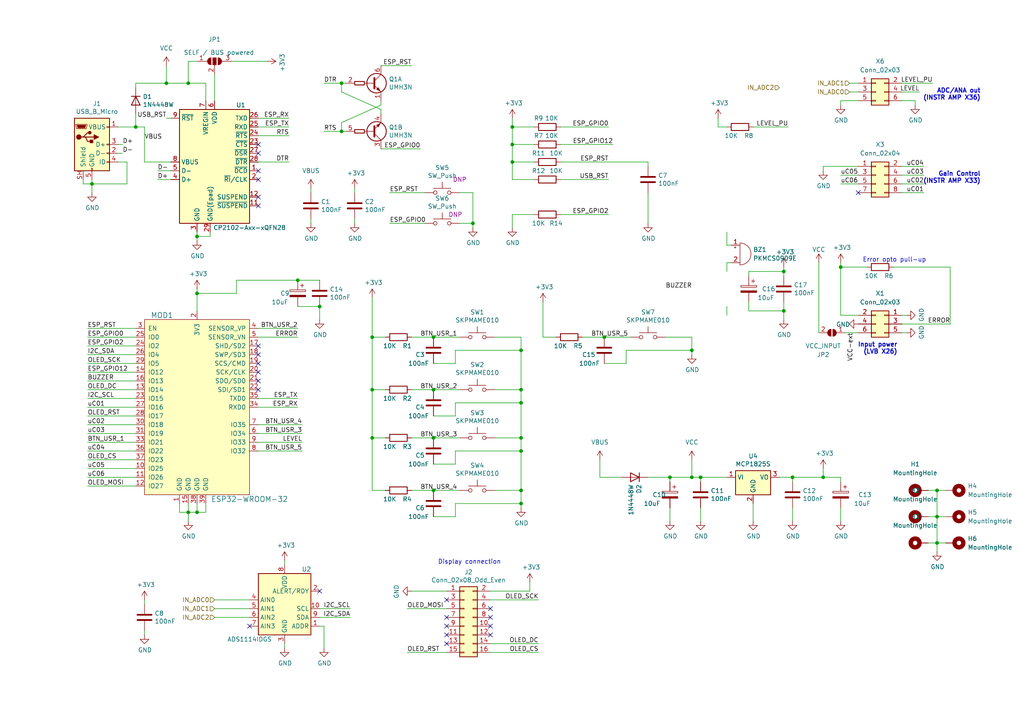
<source format=kicad_sch>
(kicad_sch (version 20211123) (generator eeschema)

  (uuid 60ff6322-62e2-4602-9bc0-7a0f0a5ecfbf)

  (paper "A4")

  

  (junction (at 107.95 97.79) (diameter 0) (color 0 0 0 0)
    (uuid 01640fbc-df19-4731-8c7e-f0206df31cb5)
  )
  (junction (at 86.36 81.28) (diameter 0) (color 0 0 0 0)
    (uuid 03e6a5ac-b562-4a91-acb3-f470adbe1f76)
  )
  (junction (at 271.78 149.86) (diameter 0) (color 0 0 0 0)
    (uuid 06247682-e63b-4f58-9982-8cc5ea0bfa1f)
  )
  (junction (at 175.26 97.79) (diameter 0) (color 0 0 0 0)
    (uuid 0b5e56c2-74b4-4f3b-971b-581bae97c652)
  )
  (junction (at 39.37 36.83) (diameter 0) (color 0 0 0 0)
    (uuid 12a24e86-2c38-4685-bba9-fff8dddb4cb0)
  )
  (junction (at 99.06 38.1) (diameter 0) (color 0 0 0 0)
    (uuid 180245d9-4a3f-4d1b-adcc-b4eafac722e0)
  )
  (junction (at 125.73 113.03) (diameter 0) (color 0 0 0 0)
    (uuid 1bfb1b1a-6079-412b-80ea-f4cc3a263d6f)
  )
  (junction (at 137.16 64.77) (diameter 0) (color 0 0 0 0)
    (uuid 1dfbf353-5b24-4c0f-8322-8fcd514ae75e)
  )
  (junction (at 26.67 53.34) (diameter 0) (color 0 0 0 0)
    (uuid 1f9ae101-c652-4998-a503-17aedf3d5746)
  )
  (junction (at 57.15 68.58) (diameter 0) (color 0 0 0 0)
    (uuid 36d783e7-096f-4c97-9672-7e08c083b87b)
  )
  (junction (at 99.06 24.13) (diameter 0) (color 0 0 0 0)
    (uuid 3c5e5ea9-793d-46e3-86bc-5884c4490dc7)
  )
  (junction (at 151.13 146.05) (diameter 0) (color 0 0 0 0)
    (uuid 3dc7c427-e5f7-45b6-9b78-d44441cb2cd4)
  )
  (junction (at 148.59 46.99) (diameter 0) (color 0 0 0 0)
    (uuid 4a54c707-7b6f-4a3d-a74d-5e3526114aba)
  )
  (junction (at 125.73 97.79) (diameter 0) (color 0 0 0 0)
    (uuid 4f294d48-de66-45bd-83d1-a4f60fb2a0c2)
  )
  (junction (at 243.84 77.47) (diameter 0) (color 0 0 0 0)
    (uuid 4f96ebad-bce0-4a4d-9c4a-24f31509b0a4)
  )
  (junction (at 227.33 90.17) (diameter 0) (color 0 0 0 0)
    (uuid 51ce53c6-1db6-49de-b8fe-efd681a4234a)
  )
  (junction (at 107.95 113.03) (diameter 0) (color 0 0 0 0)
    (uuid 5274bd4d-b3a6-421d-b926-4c46f9470e2f)
  )
  (junction (at 125.73 127) (diameter 0) (color 0 0 0 0)
    (uuid 58909626-c411-403a-969d-1d8865c1219c)
  )
  (junction (at 148.59 41.91) (diameter 0) (color 0 0 0 0)
    (uuid 60b393ef-b4cd-4d0d-b218-8e186321dab6)
  )
  (junction (at 54.61 24.13) (diameter 0) (color 0 0 0 0)
    (uuid 6298b17d-1371-40b7-97c8-a4a373d6325e)
  )
  (junction (at 48.26 24.13) (diameter 0) (color 0 0 0 0)
    (uuid 65aae062-ae36-490f-a192-f1322d76f739)
  )
  (junction (at 227.33 78.74) (diameter 0) (color 0 0 0 0)
    (uuid 6671409d-cd16-4f6b-8442-801ad2934e52)
  )
  (junction (at 151.13 113.03) (diameter 0) (color 0 0 0 0)
    (uuid 68fdfae5-8943-4710-ad7d-348d2fdf7b79)
  )
  (junction (at 107.95 127) (diameter 0) (color 0 0 0 0)
    (uuid 7a8aa5f5-7463-41b0-8bf9-cafa61bf226c)
  )
  (junction (at 238.76 138.43) (diameter 0) (color 0 0 0 0)
    (uuid 7bea05d4-1dec-4cd6-aa53-302dde803254)
  )
  (junction (at 151.13 101.6) (diameter 0) (color 0 0 0 0)
    (uuid 7d7abbf0-e990-409b-a27f-6da5185b3886)
  )
  (junction (at 151.13 130.81) (diameter 0) (color 0 0 0 0)
    (uuid 81da9909-9778-4de7-b343-175c9db4675d)
  )
  (junction (at 148.59 36.83) (diameter 0) (color 0 0 0 0)
    (uuid 869d6302-ae22-478f-9723-3feacbb12eef)
  )
  (junction (at 54.61 148.59) (diameter 0) (color 0 0 0 0)
    (uuid 8bdea5f6-7a53-427a-92b8-fd15994c2e8c)
  )
  (junction (at 125.73 142.24) (diameter 0) (color 0 0 0 0)
    (uuid 90e35cda-49cc-4322-a075-051479032de3)
  )
  (junction (at 271.78 157.48) (diameter 0) (color 0 0 0 0)
    (uuid 99cf000f-9d19-4497-bf11-b67743740491)
  )
  (junction (at 151.13 127) (diameter 0) (color 0 0 0 0)
    (uuid 9cb4e056-3d41-4e5d-a5e3-7ea72564f03b)
  )
  (junction (at 200.66 101.6) (diameter 0) (color 0 0 0 0)
    (uuid 9ec0be17-3571-4cfd-83ca-c505602c3be6)
  )
  (junction (at 271.78 142.24) (diameter 0) (color 0 0 0 0)
    (uuid a05a7834-750d-4a18-8304-824742e986e6)
  )
  (junction (at 57.15 85.09) (diameter 0) (color 0 0 0 0)
    (uuid a5aedd37-46af-48af-8ae8-3785e245cc6e)
  )
  (junction (at 151.13 116.84) (diameter 0) (color 0 0 0 0)
    (uuid afa5d714-96d9-47f9-8d38-c592a7b78168)
  )
  (junction (at 151.13 142.24) (diameter 0) (color 0 0 0 0)
    (uuid b4e922d5-e9ae-4b96-b5bc-025ca63987dd)
  )
  (junction (at 229.87 138.43) (diameter 0) (color 0 0 0 0)
    (uuid de370984-7922-4327-a0ba-7cd613995df4)
  )
  (junction (at 203.2 138.43) (diameter 0) (color 0 0 0 0)
    (uuid e79c8e11-ed47-4701-ae80-a54cdb6682a5)
  )
  (junction (at 92.71 88.9) (diameter 0) (color 0 0 0 0)
    (uuid e94cdb40-163d-405e-b329-171a71a3c93d)
  )
  (junction (at 200.66 138.43) (diameter 0) (color 0 0 0 0)
    (uuid f4a1ab68-998b-43e3-aa33-40b58210bc99)
  )
  (junction (at 194.31 138.43) (diameter 0) (color 0 0 0 0)
    (uuid f860f099-9d99-4520-ab63-9dad6f34c107)
  )
  (junction (at 57.15 148.59) (diameter 0) (color 0 0 0 0)
    (uuid fa00d3f4-bb71-4b1d-aa40-ae9267e2c41f)
  )

  (no_connect (at 74.93 105.41) (uuid 083becc8-e25d-4206-9636-55457650bbe3))
  (no_connect (at 74.93 110.49) (uuid 10b74ec8-a945-4dff-9e89-049e2aee7861))
  (no_connect (at 74.93 41.91) (uuid 18c61c95-8af1-4986-b67e-c7af9c15ab6b))
  (no_connect (at 92.71 171.45) (uuid 247f29e8-e171-4803-927a-f3834e2cd1f3))
  (no_connect (at 142.24 179.07) (uuid 275b6416-db29-42cc-9307-bf426917c3b4))
  (no_connect (at 129.54 184.15) (uuid 29cbb0bc-f66b-4d11-80e7-5bb270e42496))
  (no_connect (at 142.24 176.53) (uuid 3c22d605-7855-4cc6-8ad2-906cadbd02dc))
  (no_connect (at 74.93 100.33) (uuid 3e3d55c8-e0ea-48fb-8421-a84b7cb7055b))
  (no_connect (at 74.93 44.45) (uuid 4e27930e-1827-4788-aa6b-487321d46602))
  (no_connect (at 74.93 59.69) (uuid 593b8647-0095-46cc-ba23-3cf2a86edb5e))
  (no_connect (at 74.93 57.15) (uuid 60aa0ce8-9d0e-48ca-bbf9-866403979e9b))
  (no_connect (at 74.93 102.87) (uuid 725cdf26-4b92-46db-bca9-10d930002dda))
  (no_connect (at 74.93 113.03) (uuid 79451892-db6b-4999-916d-6392174ee493))
  (no_connect (at 74.93 107.95) (uuid 7acd513a-187b-4936-9f93-2e521ce33ad5))
  (no_connect (at 74.93 49.53) (uuid 8cd050d6-228c-4da0-9533-b4f8d14cfb34))
  (no_connect (at 248.92 55.88) (uuid 8d066af3-56c2-49f2-80c2-5735fd07a0b4))
  (no_connect (at 142.24 181.61) (uuid 91fc5800-6029-46b1-848d-ca0091f97267))
  (no_connect (at 72.39 181.61) (uuid ac22db93-e727-4c57-90ff-022e6d7ff7f5))
  (no_connect (at 142.24 184.15) (uuid bb8162f0-99c8-4884-be5b-c0d0c7e81ff6))
  (no_connect (at 74.93 52.07) (uuid bde95c06-433a-4c03-bc48-e3abcdb4e054))
  (no_connect (at 129.54 179.07) (uuid c2dd13db-24b6-40f1-b75b-b9ab893d92ea))
  (no_connect (at 129.54 186.69) (uuid c401e9c6-1deb-4979-99be-7c801c952098))
  (no_connect (at 129.54 181.61) (uuid d1c19c11-0a13-4237-b6b4-fb2ef1db7c6d))
  (no_connect (at 129.54 173.99) (uuid df83f395-2d18-47e2-a370-952ca41c2b3a))

  (wire (pts (xy 261.62 48.26) (xy 267.97 48.26))
    (stroke (width 0) (type default) (color 0 0 0 0))
    (uuid 015af63e-dc2b-46b1-a32d-c2e3b8f44317)
  )
  (wire (pts (xy 229.87 147.32) (xy 229.87 151.13))
    (stroke (width 0) (type default) (color 0 0 0 0))
    (uuid 015f5586-ba76-4a98-9114-f5cd2c67134d)
  )
  (wire (pts (xy 175.26 97.79) (xy 182.88 97.79))
    (stroke (width 0) (type default) (color 0 0 0 0))
    (uuid 01a662f7-6cc5-4954-978c-538e90239add)
  )
  (wire (pts (xy 54.61 24.13) (xy 59.69 24.13))
    (stroke (width 0) (type default) (color 0 0 0 0))
    (uuid 0499d173-b579-4ab8-bc73-ea8ea6c4c700)
  )
  (wire (pts (xy 227.33 77.47) (xy 227.33 78.74))
    (stroke (width 0) (type default) (color 0 0 0 0))
    (uuid 0599d29b-9b82-4428-9c48-898c91f9af54)
  )
  (wire (pts (xy 217.17 78.74) (xy 217.17 80.01))
    (stroke (width 0) (type default) (color 0 0 0 0))
    (uuid 085f570a-c405-4fb1-9e0d-f6e50f432524)
  )
  (wire (pts (xy 68.58 81.28) (xy 86.36 81.28))
    (stroke (width 0) (type default) (color 0 0 0 0))
    (uuid 0904ac1a-aa6b-4164-8e23-8c17b0562eae)
  )
  (wire (pts (xy 57.15 68.58) (xy 57.15 67.31))
    (stroke (width 0) (type default) (color 0 0 0 0))
    (uuid 0a1a4d88-972a-46ce-b25e-6cb796bd41f7)
  )
  (wire (pts (xy 25.4 105.41) (xy 39.37 105.41))
    (stroke (width 0) (type default) (color 0 0 0 0))
    (uuid 0b9f21ed-3d41-4f23-ae45-74117a5f3153)
  )
  (wire (pts (xy 203.2 138.43) (xy 210.82 138.43))
    (stroke (width 0) (type default) (color 0 0 0 0))
    (uuid 0c3c19de-317f-4c9d-8669-87659ab86d50)
  )
  (wire (pts (xy 107.95 113.03) (xy 107.95 127))
    (stroke (width 0) (type default) (color 0 0 0 0))
    (uuid 0dfb012a-26d7-4eba-ab1a-971bf4bc8671)
  )
  (wire (pts (xy 143.51 113.03) (xy 151.13 113.03))
    (stroke (width 0) (type default) (color 0 0 0 0))
    (uuid 10308f4d-322d-4ffc-af46-e623a283ea8b)
  )
  (wire (pts (xy 25.4 120.65) (xy 39.37 120.65))
    (stroke (width 0) (type default) (color 0 0 0 0))
    (uuid 10d8ad0e-6a08-4053-92aa-23a15910fd21)
  )
  (wire (pts (xy 243.84 91.44) (xy 243.84 77.47))
    (stroke (width 0) (type default) (color 0 0 0 0))
    (uuid 1180f33e-f224-4439-92e9-4a12a9c6cc68)
  )
  (wire (pts (xy 200.66 133.35) (xy 200.66 138.43))
    (stroke (width 0) (type default) (color 0 0 0 0))
    (uuid 12fa3c3f-3d14-451a-a6a8-884fd1b32fa7)
  )
  (wire (pts (xy 269.24 149.86) (xy 271.78 149.86))
    (stroke (width 0) (type default) (color 0 0 0 0))
    (uuid 158b10b5-4518-41cb-9154-c9cd6df1188d)
  )
  (wire (pts (xy 148.59 41.91) (xy 148.59 46.99))
    (stroke (width 0) (type default) (color 0 0 0 0))
    (uuid 15b0e923-529b-490e-8ba7-4f74a8e52c69)
  )
  (wire (pts (xy 125.73 127) (xy 133.35 127))
    (stroke (width 0) (type default) (color 0 0 0 0))
    (uuid 16442a35-06e5-486a-a1bf-a53e997d9a0f)
  )
  (wire (pts (xy 175.26 105.41) (xy 181.61 105.41))
    (stroke (width 0) (type default) (color 0 0 0 0))
    (uuid 1886a93c-7bc3-4c8a-8fef-a54a7a25cfa7)
  )
  (wire (pts (xy 62.23 176.53) (xy 72.39 176.53))
    (stroke (width 0) (type default) (color 0 0 0 0))
    (uuid 1a3896dc-e816-4c09-a57f-31e542bbd9ca)
  )
  (wire (pts (xy 200.66 102.87) (xy 200.66 101.6))
    (stroke (width 0) (type default) (color 0 0 0 0))
    (uuid 1aa35546-c260-44fd-916b-fbc941c9479d)
  )
  (wire (pts (xy 54.61 148.59) (xy 57.15 148.59))
    (stroke (width 0) (type default) (color 0 0 0 0))
    (uuid 1cb22080-0f59-4c18-a6e6-8685ef44ec53)
  )
  (wire (pts (xy 86.36 81.28) (xy 92.71 81.28))
    (stroke (width 0) (type default) (color 0 0 0 0))
    (uuid 1e7c4b37-f0dc-41f5-ad4a-34c06ae31b03)
  )
  (wire (pts (xy 100.33 24.13) (xy 99.06 24.13))
    (stroke (width 0) (type default) (color 0 0 0 0))
    (uuid 1fbb0219-551e-409b-a61b-76e8cebdfb9d)
  )
  (wire (pts (xy 68.58 81.28) (xy 68.58 85.09))
    (stroke (width 0) (type default) (color 0 0 0 0))
    (uuid 22236bec-4a4c-474c-8e18-3b9a0d884f03)
  )
  (wire (pts (xy 39.37 135.89) (xy 25.4 135.89))
    (stroke (width 0) (type default) (color 0 0 0 0))
    (uuid 22962957-1efd-404d-83db-5b233b6c15b0)
  )
  (wire (pts (xy 200.66 101.6) (xy 200.66 97.79))
    (stroke (width 0) (type default) (color 0 0 0 0))
    (uuid 2303f0ca-d89c-4397-886c-f4a3ed8b2ac2)
  )
  (wire (pts (xy 48.26 19.05) (xy 48.26 24.13))
    (stroke (width 0) (type default) (color 0 0 0 0))
    (uuid 2534d572-cd6d-4164-8f18-e9949ba9b42d)
  )
  (wire (pts (xy 137.16 55.88) (xy 133.35 55.88))
    (stroke (width 0) (type default) (color 0 0 0 0))
    (uuid 269f19c3-6824-45a8-be29-fa58d70cbb42)
  )
  (wire (pts (xy 57.15 85.09) (xy 57.15 90.17))
    (stroke (width 0) (type default) (color 0 0 0 0))
    (uuid 27f4f09a-2e91-483d-9d43-b93c61785c52)
  )
  (wire (pts (xy 99.06 24.13) (xy 99.06 26.67))
    (stroke (width 0) (type default) (color 0 0 0 0))
    (uuid 28e37b45-f843-47c2-85c9-ca19f5430ece)
  )
  (wire (pts (xy 60.96 67.31) (xy 60.96 68.58))
    (stroke (width 0) (type default) (color 0 0 0 0))
    (uuid 29bb7297-26fb-4776-9266-2355d022bab0)
  )
  (wire (pts (xy 176.53 62.23) (xy 162.56 62.23))
    (stroke (width 0) (type default) (color 0 0 0 0))
    (uuid 2a1de22d-6451-488d-af77-0bf8841bd695)
  )
  (wire (pts (xy 92.71 88.9) (xy 92.71 92.71))
    (stroke (width 0) (type default) (color 0 0 0 0))
    (uuid 2a8c6d21-0f6f-4df3-b327-4e6eebb495be)
  )
  (wire (pts (xy 227.33 78.74) (xy 227.33 80.01))
    (stroke (width 0) (type default) (color 0 0 0 0))
    (uuid 2bca8664-e4d0-442d-b935-6dde2676186c)
  )
  (wire (pts (xy 217.17 87.63) (xy 217.17 90.17))
    (stroke (width 0) (type default) (color 0 0 0 0))
    (uuid 2c14e7aa-12f1-4138-bea3-66b4d9dff9b8)
  )
  (wire (pts (xy 25.4 123.19) (xy 39.37 123.19))
    (stroke (width 0) (type default) (color 0 0 0 0))
    (uuid 2cd5e95a-c3e2-4861-8cfc-23bebd747c31)
  )
  (wire (pts (xy 25.4 102.87) (xy 39.37 102.87))
    (stroke (width 0) (type default) (color 0 0 0 0))
    (uuid 2ea8fa6f-efc3-40fe-bcf9-05bfa46ead4f)
  )
  (wire (pts (xy 194.31 147.32) (xy 194.31 151.13))
    (stroke (width 0) (type default) (color 0 0 0 0))
    (uuid 2f424da3-8fae-4941-bc6d-20044787372f)
  )
  (wire (pts (xy 119.38 97.79) (xy 125.73 97.79))
    (stroke (width 0) (type default) (color 0 0 0 0))
    (uuid 2fe7c4aa-33bd-46c6-a02e-20bf7cb6875a)
  )
  (wire (pts (xy 62.23 21.59) (xy 62.23 29.21))
    (stroke (width 0) (type default) (color 0 0 0 0))
    (uuid 312cbb32-9571-49f3-9535-4901ee64b620)
  )
  (wire (pts (xy 82.55 186.69) (xy 82.55 187.96))
    (stroke (width 0) (type default) (color 0 0 0 0))
    (uuid 347562f5-b152-4e7b-8a69-40ca6daaaad4)
  )
  (wire (pts (xy 118.11 189.23) (xy 129.54 189.23))
    (stroke (width 0) (type default) (color 0 0 0 0))
    (uuid 355ced6c-c08a-4586-9a09-7a9c624536f6)
  )
  (wire (pts (xy 25.4 107.95) (xy 39.37 107.95))
    (stroke (width 0) (type default) (color 0 0 0 0))
    (uuid 35c6497a-18b9-491f-b131-e4297d8f96ca)
  )
  (wire (pts (xy 243.84 53.34) (xy 248.92 53.34))
    (stroke (width 0) (type default) (color 0 0 0 0))
    (uuid 35cc0305-9260-4d36-af70-8d262cfa0dc2)
  )
  (wire (pts (xy 34.29 46.99) (xy 36.83 46.99))
    (stroke (width 0) (type default) (color 0 0 0 0))
    (uuid 35ef9c4a-35f6-467b-a704-b1d9354880cf)
  )
  (wire (pts (xy 137.16 64.77) (xy 137.16 55.88))
    (stroke (width 0) (type default) (color 0 0 0 0))
    (uuid 38cfe839-c630-43d3-a9ec-6a89ba9e318a)
  )
  (wire (pts (xy 74.93 130.81) (xy 87.63 130.81))
    (stroke (width 0) (type default) (color 0 0 0 0))
    (uuid 3b05eff3-6c84-4618-90e0-0afab989aec9)
  )
  (wire (pts (xy 151.13 147.32) (xy 151.13 146.05))
    (stroke (width 0) (type default) (color 0 0 0 0))
    (uuid 3b753257-c6aa-48e2-8fbb-65e172254f49)
  )
  (wire (pts (xy 41.91 36.83) (xy 39.37 36.83))
    (stroke (width 0) (type default) (color 0 0 0 0))
    (uuid 3e0392c0-affc-4114-9de5-1f1cfe79418a)
  )
  (wire (pts (xy 118.11 176.53) (xy 129.54 176.53))
    (stroke (width 0) (type default) (color 0 0 0 0))
    (uuid 3ed2c840-383d-4cbd-bc3b-c4ea4c97b333)
  )
  (wire (pts (xy 151.13 146.05) (xy 151.13 142.24))
    (stroke (width 0) (type default) (color 0 0 0 0))
    (uuid 3ffe6a2d-e3b6-484a-acd4-401a37c287f6)
  )
  (wire (pts (xy 156.21 186.69) (xy 142.24 186.69))
    (stroke (width 0) (type default) (color 0 0 0 0))
    (uuid 4086cbd7-6ba7-4e63-8da9-17e60627ee17)
  )
  (wire (pts (xy 243.84 30.48) (xy 243.84 29.21))
    (stroke (width 0) (type default) (color 0 0 0 0))
    (uuid 41fd0096-953d-49a5-b7b1-c986c610c29b)
  )
  (wire (pts (xy 238.76 135.89) (xy 238.76 138.43))
    (stroke (width 0) (type default) (color 0 0 0 0))
    (uuid 42d3f9d6-2a47-41a8-b942-295fcb83bcd8)
  )
  (wire (pts (xy 162.56 46.99) (xy 187.96 46.99))
    (stroke (width 0) (type default) (color 0 0 0 0))
    (uuid 443bc73a-8dc0-4e2f-a292-a5eff00efa5b)
  )
  (wire (pts (xy 62.23 173.99) (xy 72.39 173.99))
    (stroke (width 0) (type default) (color 0 0 0 0))
    (uuid 4641c87c-bffa-41fe-ae77-be3a97a6f797)
  )
  (wire (pts (xy 243.84 151.13) (xy 243.84 147.32))
    (stroke (width 0) (type default) (color 0 0 0 0))
    (uuid 46cbe85d-ff47-428e-b187-4ebd50a66e0c)
  )
  (wire (pts (xy 25.4 118.11) (xy 39.37 118.11))
    (stroke (width 0) (type default) (color 0 0 0 0))
    (uuid 475ed8b3-90bf-48cd-bce5-d8f48b689541)
  )
  (wire (pts (xy 245.11 96.52) (xy 248.92 96.52))
    (stroke (width 0) (type default) (color 0 0 0 0))
    (uuid 489677ad-184d-4587-96cd-4d590757311e)
  )
  (wire (pts (xy 227.33 90.17) (xy 227.33 92.71))
    (stroke (width 0) (type default) (color 0 0 0 0))
    (uuid 4993a142-e774-4850-854f-e26af5f6153a)
  )
  (wire (pts (xy 107.95 113.03) (xy 111.76 113.03))
    (stroke (width 0) (type default) (color 0 0 0 0))
    (uuid 4a4949c5-b952-4a5d-99cd-15958bb1c0a7)
  )
  (wire (pts (xy 148.59 52.07) (xy 148.59 46.99))
    (stroke (width 0) (type default) (color 0 0 0 0))
    (uuid 4b1fce17-dec7-457e-ba3b-a77604e77dc9)
  )
  (wire (pts (xy 113.03 64.77) (xy 123.19 64.77))
    (stroke (width 0) (type default) (color 0 0 0 0))
    (uuid 4cafb73d-1ad8-4d24-acf7-63d78095ae46)
  )
  (wire (pts (xy 35.56 44.45) (xy 34.29 44.45))
    (stroke (width 0) (type default) (color 0 0 0 0))
    (uuid 4d4fecdd-be4a-47e9-9085-2268d5852d8f)
  )
  (wire (pts (xy 238.76 49.53) (xy 238.76 48.26))
    (stroke (width 0) (type default) (color 0 0 0 0))
    (uuid 4e20d7ba-c629-4b03-a4fa-1c53eed54d3d)
  )
  (wire (pts (xy 125.73 97.79) (xy 133.35 97.79))
    (stroke (width 0) (type default) (color 0 0 0 0))
    (uuid 4ed0a268-7cdd-4a80-9883-cf3ce5a7ce6b)
  )
  (wire (pts (xy 162.56 41.91) (xy 177.8 41.91))
    (stroke (width 0) (type default) (color 0 0 0 0))
    (uuid 4f852024-4528-4c29-b48d-f8741aff91c1)
  )
  (wire (pts (xy 132.08 105.41) (xy 132.08 101.6))
    (stroke (width 0) (type default) (color 0 0 0 0))
    (uuid 4fe2da4e-964c-447f-8a3a-aa5d0297d9fe)
  )
  (wire (pts (xy 57.15 85.09) (xy 68.58 85.09))
    (stroke (width 0) (type default) (color 0 0 0 0))
    (uuid 4fe48c78-c334-4b58-8387-fec141661466)
  )
  (wire (pts (xy 269.24 142.24) (xy 271.78 142.24))
    (stroke (width 0) (type default) (color 0 0 0 0))
    (uuid 507284db-988b-49b4-b378-aaf787319767)
  )
  (wire (pts (xy 218.44 146.05) (xy 218.44 151.13))
    (stroke (width 0) (type default) (color 0 0 0 0))
    (uuid 541721d1-074b-496e-a833-813044b3e8ca)
  )
  (wire (pts (xy 99.06 35.56) (xy 99.06 38.1))
    (stroke (width 0) (type default) (color 0 0 0 0))
    (uuid 54212c01-b363-47b8-a145-45c40df316f4)
  )
  (wire (pts (xy 137.16 66.04) (xy 137.16 64.77))
    (stroke (width 0) (type default) (color 0 0 0 0))
    (uuid 582622a2-fad4-4737-9a80-be9fffbba8ab)
  )
  (wire (pts (xy 133.35 64.77) (xy 137.16 64.77))
    (stroke (width 0) (type default) (color 0 0 0 0))
    (uuid 5889287d-b845-4684-b23e-663811b25d27)
  )
  (wire (pts (xy 210.82 76.2) (xy 212.09 76.2))
    (stroke (width 0) (type default) (color 0 0 0 0))
    (uuid 5905dc30-fa40-46f9-ac86-36afe93923a4)
  )
  (wire (pts (xy 74.93 95.25) (xy 86.36 95.25))
    (stroke (width 0) (type default) (color 0 0 0 0))
    (uuid 595be453-f7ae-43a4-98dc-9f4206218d14)
  )
  (wire (pts (xy 26.67 53.34) (xy 26.67 52.07))
    (stroke (width 0) (type default) (color 0 0 0 0))
    (uuid 5c30b9b4-3014-4f50-9329-27a539b67e01)
  )
  (wire (pts (xy 54.61 17.78) (xy 54.61 24.13))
    (stroke (width 0) (type default) (color 0 0 0 0))
    (uuid 5da50ad6-92c3-40ce-9ac7-6537cd607e43)
  )
  (wire (pts (xy 132.08 116.84) (xy 151.13 116.84))
    (stroke (width 0) (type default) (color 0 0 0 0))
    (uuid 5dd9331b-14fc-438b-bcc8-6318b45292c2)
  )
  (wire (pts (xy 25.4 138.43) (xy 39.37 138.43))
    (stroke (width 0) (type default) (color 0 0 0 0))
    (uuid 5f312b85-6822-40a3-b417-2df49696ca2d)
  )
  (wire (pts (xy 57.15 146.05) (xy 57.15 148.59))
    (stroke (width 0) (type default) (color 0 0 0 0))
    (uuid 5ff19d63-2cb4-438b-93c4-e66d37a05329)
  )
  (wire (pts (xy 57.15 148.59) (xy 59.69 148.59))
    (stroke (width 0) (type default) (color 0 0 0 0))
    (uuid 616287d9-a51f-498c-8b91-be46a0aa3a7f)
  )
  (wire (pts (xy 143.51 127) (xy 151.13 127))
    (stroke (width 0) (type default) (color 0 0 0 0))
    (uuid 62c54e83-debd-42e9-b6b0-aaa706a2ff13)
  )
  (wire (pts (xy 187.96 64.77) (xy 187.96 55.88))
    (stroke (width 0) (type default) (color 0 0 0 0))
    (uuid 633292d3-80c5-4986-be82-ce926e9f09f4)
  )
  (wire (pts (xy 59.69 148.59) (xy 59.69 146.05))
    (stroke (width 0) (type default) (color 0 0 0 0))
    (uuid 637f12be-fa48-4ce4-96b2-04c21a8795c8)
  )
  (wire (pts (xy 153.67 171.45) (xy 142.24 171.45))
    (stroke (width 0) (type default) (color 0 0 0 0))
    (uuid 63caf46e-0228-40de-b819-c6bd29dd1711)
  )
  (wire (pts (xy 39.37 33.02) (xy 39.37 36.83))
    (stroke (width 0) (type default) (color 0 0 0 0))
    (uuid 6513181c-0a6a-4560-9a18-17450c36ae2a)
  )
  (wire (pts (xy 151.13 101.6) (xy 151.13 113.03))
    (stroke (width 0) (type default) (color 0 0 0 0))
    (uuid 65388e2e-32ea-41d7-98a2-35744b85e784)
  )
  (wire (pts (xy 151.13 97.79) (xy 143.51 97.79))
    (stroke (width 0) (type default) (color 0 0 0 0))
    (uuid 673897c0-277a-4fdb-9be1-18d140fcfb9c)
  )
  (wire (pts (xy 246.38 24.13) (xy 248.92 24.13))
    (stroke (width 0) (type default) (color 0 0 0 0))
    (uuid 67a63d8e-5e42-4c12-826d-9f0cd0cfb517)
  )
  (wire (pts (xy 243.84 77.47) (xy 243.84 76.2))
    (stroke (width 0) (type default) (color 0 0 0 0))
    (uuid 6898ce2c-c7d0-4991-80fd-1bc9797ec472)
  )
  (wire (pts (xy 125.73 134.62) (xy 132.08 134.62))
    (stroke (width 0) (type default) (color 0 0 0 0))
    (uuid 6899b026-3b64-4037-bed1-640f04ac41d7)
  )
  (wire (pts (xy 148.59 34.29) (xy 148.59 36.83))
    (stroke (width 0) (type default) (color 0 0 0 0))
    (uuid 691af561-538d-4e8f-a916-26cad45eb7d6)
  )
  (wire (pts (xy 176.53 52.07) (xy 162.56 52.07))
    (stroke (width 0) (type default) (color 0 0 0 0))
    (uuid 6ac3ab53-7523-4805-bfd2-5de19dff127e)
  )
  (wire (pts (xy 210.82 67.31) (xy 210.82 71.12))
    (stroke (width 0) (type default) (color 0 0 0 0))
    (uuid 6baf7785-0a89-4e98-bed5-f8c149c06795)
  )
  (wire (pts (xy 151.13 130.81) (xy 151.13 142.24))
    (stroke (width 0) (type default) (color 0 0 0 0))
    (uuid 6d4ab6f9-b483-459e-b7b7-7b2e8fa44480)
  )
  (wire (pts (xy 39.37 97.79) (xy 25.4 97.79))
    (stroke (width 0) (type default) (color 0 0 0 0))
    (uuid 6f580eb1-88cc-489d-a7ca-9efa5e590715)
  )
  (wire (pts (xy 125.73 120.65) (xy 132.08 120.65))
    (stroke (width 0) (type default) (color 0 0 0 0))
    (uuid 6f81f3f4-fc1e-4be8-92d7-32713d46998c)
  )
  (wire (pts (xy 54.61 148.59) (xy 54.61 151.13))
    (stroke (width 0) (type default) (color 0 0 0 0))
    (uuid 701e1517-e8cf-46f4-b538-98e721c97380)
  )
  (wire (pts (xy 92.71 181.61) (xy 93.98 181.61))
    (stroke (width 0) (type default) (color 0 0 0 0))
    (uuid 70d34adf-9bd8-469e-8c77-5c0d7adf511e)
  )
  (wire (pts (xy 49.53 52.07) (xy 45.72 52.07))
    (stroke (width 0) (type default) (color 0 0 0 0))
    (uuid 71c6e723-673c-45a9-a0e4-9742220c52a3)
  )
  (wire (pts (xy 119.38 171.45) (xy 129.54 171.45))
    (stroke (width 0) (type default) (color 0 0 0 0))
    (uuid 7233cb6b-d8fd-4fcd-9b4f-8b0ed19b1b12)
  )
  (wire (pts (xy 210.82 78.74) (xy 210.82 76.2))
    (stroke (width 0) (type default) (color 0 0 0 0))
    (uuid 73abb1c8-dae6-4fcd-9035-3cd634208c53)
  )
  (wire (pts (xy 41.91 184.15) (xy 41.91 182.88))
    (stroke (width 0) (type default) (color 0 0 0 0))
    (uuid 73fbe87f-3928-49c2-bf87-839d907c6aef)
  )
  (wire (pts (xy 261.62 93.98) (xy 275.59 93.98))
    (stroke (width 0) (type default) (color 0 0 0 0))
    (uuid 747a6a4c-4641-4b0c-9c0e-f5fe21c8d40b)
  )
  (wire (pts (xy 237.49 76.2) (xy 237.49 96.52))
    (stroke (width 0) (type default) (color 0 0 0 0))
    (uuid 74bb6dcf-0765-4cd7-be56-d63c5caf22b6)
  )
  (wire (pts (xy 86.36 118.11) (xy 74.93 118.11))
    (stroke (width 0) (type default) (color 0 0 0 0))
    (uuid 76afa8e0-9b3a-439d-843c-ad039d3b6354)
  )
  (wire (pts (xy 48.26 24.13) (xy 54.61 24.13))
    (stroke (width 0) (type default) (color 0 0 0 0))
    (uuid 7a4c9148-cc21-409c-a0e4-84d9c4ff88c0)
  )
  (wire (pts (xy 83.82 34.29) (xy 74.93 34.29))
    (stroke (width 0) (type default) (color 0 0 0 0))
    (uuid 7a74c4b1-6243-4a12-85a2-bc41d346e7aa)
  )
  (wire (pts (xy 271.78 149.86) (xy 274.32 149.86))
    (stroke (width 0) (type default) (color 0 0 0 0))
    (uuid 7b2bd544-5fe1-4aa3-bb1a-bc78194a3769)
  )
  (wire (pts (xy 25.4 110.49) (xy 39.37 110.49))
    (stroke (width 0) (type default) (color 0 0 0 0))
    (uuid 7b766787-7689-40b8-9ef5-c0b1af45a9ae)
  )
  (wire (pts (xy 269.24 157.48) (xy 271.78 157.48))
    (stroke (width 0) (type default) (color 0 0 0 0))
    (uuid 7bf45091-9dc2-4d0e-ad54-9469dcd93e24)
  )
  (wire (pts (xy 110.49 29.21) (xy 110.49 30.48))
    (stroke (width 0) (type default) (color 0 0 0 0))
    (uuid 7bfba61b-6752-4a45-9ee6-5984dcb15041)
  )
  (wire (pts (xy 25.4 130.81) (xy 39.37 130.81))
    (stroke (width 0) (type default) (color 0 0 0 0))
    (uuid 7c3789d2-16d5-44bc-866d-b664353827d4)
  )
  (wire (pts (xy 148.59 36.83) (xy 154.94 36.83))
    (stroke (width 0) (type default) (color 0 0 0 0))
    (uuid 7ce7415d-7c22-49f6-8215-488853ccc8c6)
  )
  (wire (pts (xy 83.82 39.37) (xy 74.93 39.37))
    (stroke (width 0) (type default) (color 0 0 0 0))
    (uuid 7d76d925-f900-42af-a03f-bb32d2381b09)
  )
  (wire (pts (xy 132.08 120.65) (xy 132.08 116.84))
    (stroke (width 0) (type default) (color 0 0 0 0))
    (uuid 7efd7141-906b-4fe6-aaef-96cb49e701cc)
  )
  (wire (pts (xy 92.71 176.53) (xy 101.6 176.53))
    (stroke (width 0) (type default) (color 0 0 0 0))
    (uuid 7f9683c1-2203-43df-8fa1-719a0dc360df)
  )
  (wire (pts (xy 35.56 41.91) (xy 34.29 41.91))
    (stroke (width 0) (type default) (color 0 0 0 0))
    (uuid 8458d41c-5d62-455d-b6e1-9f718c0faac9)
  )
  (wire (pts (xy 151.13 116.84) (xy 151.13 127))
    (stroke (width 0) (type default) (color 0 0 0 0))
    (uuid 859bdde2-aade-4f27-b25e-30e0efbe49ff)
  )
  (wire (pts (xy 99.06 26.67) (xy 110.49 31.75))
    (stroke (width 0) (type default) (color 0 0 0 0))
    (uuid 88610282-a92d-4c3d-917a-ea95d59e0759)
  )
  (wire (pts (xy 24.13 52.07) (xy 24.13 53.34))
    (stroke (width 0) (type default) (color 0 0 0 0))
    (uuid 88cb65f4-7e9e-44eb-8692-3b6e2e788a94)
  )
  (wire (pts (xy 107.95 86.36) (xy 107.95 97.79))
    (stroke (width 0) (type default) (color 0 0 0 0))
    (uuid 88f27ee3-c89c-40d1-b8eb-c5f74feeffa4)
  )
  (wire (pts (xy 210.82 71.12) (xy 212.09 71.12))
    (stroke (width 0) (type default) (color 0 0 0 0))
    (uuid 892e0c04-c31a-4aa3-a11b-a14299e3863e)
  )
  (wire (pts (xy 265.43 30.48) (xy 265.43 29.21))
    (stroke (width 0) (type default) (color 0 0 0 0))
    (uuid 8aad3d29-2740-4fa0-b6af-1a1329d465f6)
  )
  (wire (pts (xy 153.67 168.91) (xy 153.67 171.45))
    (stroke (width 0) (type default) (color 0 0 0 0))
    (uuid 8aff0f38-92a8-45ec-b106-b185e93ca3fd)
  )
  (wire (pts (xy 57.15 83.82) (xy 57.15 85.09))
    (stroke (width 0) (type default) (color 0 0 0 0))
    (uuid 8b7bbefd-8f78-41f8-809c-2534a5de3b39)
  )
  (wire (pts (xy 107.95 97.79) (xy 107.95 113.03))
    (stroke (width 0) (type default) (color 0 0 0 0))
    (uuid 8dae6da0-3ed8-49b1-b05d-de10f136f162)
  )
  (wire (pts (xy 168.91 97.79) (xy 175.26 97.79))
    (stroke (width 0) (type default) (color 0 0 0 0))
    (uuid 901aa07d-6cfe-4a24-bca8-c21fbb117c43)
  )
  (wire (pts (xy 227.33 87.63) (xy 227.33 90.17))
    (stroke (width 0) (type default) (color 0 0 0 0))
    (uuid 9145d79d-9e96-4713-96c4-d2ce315674c6)
  )
  (wire (pts (xy 208.28 36.83) (xy 210.82 36.83))
    (stroke (width 0) (type default) (color 0 0 0 0))
    (uuid 91c5fd05-0f35-4f45-9e22-190c715a42fa)
  )
  (wire (pts (xy 119.38 19.05) (xy 110.49 19.05))
    (stroke (width 0) (type default) (color 0 0 0 0))
    (uuid 92035a88-6c95-4a61-bd8a-cb8dd9e5018a)
  )
  (wire (pts (xy 261.62 29.21) (xy 265.43 29.21))
    (stroke (width 0) (type default) (color 0 0 0 0))
    (uuid 92cbddca-47cc-432e-84d9-921c2a617f95)
  )
  (wire (pts (xy 217.17 90.17) (xy 227.33 90.17))
    (stroke (width 0) (type default) (color 0 0 0 0))
    (uuid 94437452-056d-4f3f-bfbe-9eaf41c9f059)
  )
  (wire (pts (xy 86.36 115.57) (xy 74.93 115.57))
    (stroke (width 0) (type default) (color 0 0 0 0))
    (uuid 946404ba-9297-43ec-9d67-30184041145f)
  )
  (wire (pts (xy 271.78 157.48) (xy 274.32 157.48))
    (stroke (width 0) (type default) (color 0 0 0 0))
    (uuid 94909248-3fad-4ce1-8127-29c7227c74f9)
  )
  (wire (pts (xy 25.4 115.57) (xy 39.37 115.57))
    (stroke (width 0) (type default) (color 0 0 0 0))
    (uuid 9529c01f-e1cd-40be-b7f0-83780a544249)
  )
  (wire (pts (xy 102.87 54.61) (xy 102.87 55.88))
    (stroke (width 0) (type default) (color 0 0 0 0))
    (uuid 955cc99e-a129-42cf-abc7-aa99813fdb5f)
  )
  (wire (pts (xy 74.93 97.79) (xy 86.36 97.79))
    (stroke (width 0) (type default) (color 0 0 0 0))
    (uuid 967fc0bc-597e-401a-8ec4-8208a7728694)
  )
  (wire (pts (xy 132.08 134.62) (xy 132.08 130.81))
    (stroke (width 0) (type default) (color 0 0 0 0))
    (uuid 96adee0c-9b19-4da3-8aa4-1495eac0131b)
  )
  (wire (pts (xy 173.99 138.43) (xy 180.34 138.43))
    (stroke (width 0) (type default) (color 0 0 0 0))
    (uuid 97172127-7e15-499b-97b2-78a6d593816a)
  )
  (wire (pts (xy 238.76 48.26) (xy 248.92 48.26))
    (stroke (width 0) (type default) (color 0 0 0 0))
    (uuid 973193ec-8f37-49e2-8624-764e3d728c0c)
  )
  (wire (pts (xy 125.73 149.86) (xy 132.08 149.86))
    (stroke (width 0) (type default) (color 0 0 0 0))
    (uuid 973e2a42-89e8-4f6b-8a85-136ec32ee787)
  )
  (wire (pts (xy 54.61 17.78) (xy 57.15 17.78))
    (stroke (width 0) (type default) (color 0 0 0 0))
    (uuid 9782ef92-ead2-4e46-b14d-da048e48b7dd)
  )
  (wire (pts (xy 110.49 31.75) (xy 110.49 33.02))
    (stroke (width 0) (type default) (color 0 0 0 0))
    (uuid 98914cc3-56fe-40bb-820a-3d157225c145)
  )
  (wire (pts (xy 87.63 128.27) (xy 74.93 128.27))
    (stroke (width 0) (type default) (color 0 0 0 0))
    (uuid 99186658-0361-40ba-ae93-62f23c5622e6)
  )
  (wire (pts (xy 100.33 38.1) (xy 99.06 38.1))
    (stroke (width 0) (type default) (color 0 0 0 0))
    (uuid 99332785-d9f1-4363-9377-26ddc18e6d2c)
  )
  (wire (pts (xy 110.49 30.48) (xy 99.06 35.56))
    (stroke (width 0) (type default) (color 0 0 0 0))
    (uuid 99dfa524-0366-4808-b4e8-328fc38e8656)
  )
  (wire (pts (xy 243.84 29.21) (xy 248.92 29.21))
    (stroke (width 0) (type default) (color 0 0 0 0))
    (uuid 9b6994e6-c40e-498d-ac9f-887afe9ad4a8)
  )
  (wire (pts (xy 99.06 24.13) (xy 93.98 24.13))
    (stroke (width 0) (type default) (color 0 0 0 0))
    (uuid 9dcdc92b-2219-4a4a-8954-45f02cc3ab25)
  )
  (wire (pts (xy 271.78 142.24) (xy 271.78 149.86))
    (stroke (width 0) (type default) (color 0 0 0 0))
    (uuid 9f792bb0-4ce8-4ef6-b3c5-49aa1bcfd23b)
  )
  (wire (pts (xy 193.04 97.79) (xy 200.66 97.79))
    (stroke (width 0) (type default) (color 0 0 0 0))
    (uuid a078bdaf-7ad4-4663-aaa6-7ef9460f6c57)
  )
  (wire (pts (xy 271.78 157.48) (xy 271.78 160.02))
    (stroke (width 0) (type default) (color 0 0 0 0))
    (uuid a26ecf8d-5199-4a2f-b088-cc87a53cc5b7)
  )
  (wire (pts (xy 143.51 142.24) (xy 151.13 142.24))
    (stroke (width 0) (type default) (color 0 0 0 0))
    (uuid a44cdec3-db25-4afd-a8ae-a736db47a9ab)
  )
  (wire (pts (xy 238.76 138.43) (xy 243.84 138.43))
    (stroke (width 0) (type default) (color 0 0 0 0))
    (uuid a5362821-c161-4c7a-a00c-40e1d7472d56)
  )
  (wire (pts (xy 54.61 146.05) (xy 54.61 148.59))
    (stroke (width 0) (type default) (color 0 0 0 0))
    (uuid a599509f-fbb9-4db4-9adf-9e96bab1138d)
  )
  (wire (pts (xy 82.55 162.56) (xy 82.55 163.83))
    (stroke (width 0) (type default) (color 0 0 0 0))
    (uuid a64aeb89-c24a-493b-9aab-87a6be930bde)
  )
  (wire (pts (xy 261.62 26.67) (xy 266.7 26.67))
    (stroke (width 0) (type default) (color 0 0 0 0))
    (uuid a6c90766-c5b7-4475-93b4-c1810fa2a1fb)
  )
  (wire (pts (xy 39.37 100.33) (xy 25.4 100.33))
    (stroke (width 0) (type default) (color 0 0 0 0))
    (uuid a76a574b-1cac-43eb-81e6-0e2e278cea39)
  )
  (wire (pts (xy 86.36 88.9) (xy 92.71 88.9))
    (stroke (width 0) (type default) (color 0 0 0 0))
    (uuid a7b5511b-61ec-459a-8110-aca80e1a7bae)
  )
  (wire (pts (xy 36.83 53.34) (xy 26.67 53.34))
    (stroke (width 0) (type default) (color 0 0 0 0))
    (uuid a7f25f41-0b4c-4430-b6cd-b2160b2db099)
  )
  (wire (pts (xy 156.21 173.99) (xy 142.24 173.99))
    (stroke (width 0) (type default) (color 0 0 0 0))
    (uuid a7fc0812-140f-4d96-9cd8-ead8c1c610b1)
  )
  (wire (pts (xy 227.33 78.74) (xy 217.17 78.74))
    (stroke (width 0) (type default) (color 0 0 0 0))
    (uuid a7fdef50-08c5-46b0-af04-edaff218e6d7)
  )
  (wire (pts (xy 25.4 128.27) (xy 39.37 128.27))
    (stroke (width 0) (type default) (color 0 0 0 0))
    (uuid a8895680-35f2-4d63-8411-7d3e53eea38c)
  )
  (wire (pts (xy 125.73 142.24) (xy 133.35 142.24))
    (stroke (width 0) (type default) (color 0 0 0 0))
    (uuid a92b273a-9d1e-4ec1-9b4f-75f4223ef71c)
  )
  (wire (pts (xy 203.2 138.43) (xy 200.66 138.43))
    (stroke (width 0) (type default) (color 0 0 0 0))
    (uuid aa047297-22f8-4de0-a969-0b3451b8e164)
  )
  (wire (pts (xy 48.26 34.29) (xy 49.53 34.29))
    (stroke (width 0) (type default) (color 0 0 0 0))
    (uuid aa1c6f47-cbd4-4cbd-8265-e5ac08b7ffc8)
  )
  (wire (pts (xy 203.2 139.7) (xy 203.2 138.43))
    (stroke (width 0) (type default) (color 0 0 0 0))
    (uuid ab8b0540-9c9f-4195-88f5-7bed0b0a8ed6)
  )
  (wire (pts (xy 119.38 127) (xy 125.73 127))
    (stroke (width 0) (type default) (color 0 0 0 0))
    (uuid abfb1de5-d0bd-428b-bcb8-a663cdb38afb)
  )
  (wire (pts (xy 39.37 24.13) (xy 48.26 24.13))
    (stroke (width 0) (type default) (color 0 0 0 0))
    (uuid acaad4a6-4f4b-4a31-b3ca-fed41c2487fa)
  )
  (wire (pts (xy 271.78 142.24) (xy 274.32 142.24))
    (stroke (width 0) (type default) (color 0 0 0 0))
    (uuid ad447990-ceaf-4223-9235-c1212b591979)
  )
  (wire (pts (xy 25.4 133.35) (xy 39.37 133.35))
    (stroke (width 0) (type default) (color 0 0 0 0))
    (uuid af186015-d283-4209-aade-a247e5de01df)
  )
  (wire (pts (xy 119.38 113.03) (xy 125.73 113.03))
    (stroke (width 0) (type default) (color 0 0 0 0))
    (uuid af5e760d-76de-426f-819c-4955a7241bd1)
  )
  (wire (pts (xy 229.87 138.43) (xy 238.76 138.43))
    (stroke (width 0) (type default) (color 0 0 0 0))
    (uuid b0b4c3cb-e7ea-49c0-8162-be3bbab3e4ec)
  )
  (wire (pts (xy 39.37 95.25) (xy 25.4 95.25))
    (stroke (width 0) (type default) (color 0 0 0 0))
    (uuid b13e8448-bf35-4ec0-9c70-3f2250718cc2)
  )
  (wire (pts (xy 173.99 133.35) (xy 173.99 138.43))
    (stroke (width 0) (type default) (color 0 0 0 0))
    (uuid b232f379-384e-4167-8fd6-c34d72caa954)
  )
  (wire (pts (xy 90.17 54.61) (xy 90.17 55.88))
    (stroke (width 0) (type default) (color 0 0 0 0))
    (uuid b284f609-dc7e-49cd-a56e-df0cd19c4a61)
  )
  (wire (pts (xy 41.91 36.83) (xy 41.91 46.99))
    (stroke (width 0) (type default) (color 0 0 0 0))
    (uuid b4833916-7a3e-4498-86fb-ec6d13262ffe)
  )
  (wire (pts (xy 261.62 96.52) (xy 262.89 96.52))
    (stroke (width 0) (type default) (color 0 0 0 0))
    (uuid b5ca430a-e13d-4d7d-be71-0ff638b3b46d)
  )
  (wire (pts (xy 243.84 138.43) (xy 243.84 139.7))
    (stroke (width 0) (type default) (color 0 0 0 0))
    (uuid b794d099-f823-4d35-9755-ca1c45247ee9)
  )
  (wire (pts (xy 194.31 138.43) (xy 194.31 139.7))
    (stroke (width 0) (type default) (color 0 0 0 0))
    (uuid b7d06af4-a5b1-447f-9b1a-8b44eb1cc204)
  )
  (wire (pts (xy 36.83 46.99) (xy 36.83 53.34))
    (stroke (width 0) (type default) (color 0 0 0 0))
    (uuid b8b961e9-8a60-45fc-999a-a7a3baff4e0d)
  )
  (wire (pts (xy 39.37 140.97) (xy 25.4 140.97))
    (stroke (width 0) (type default) (color 0 0 0 0))
    (uuid bd085057-7c0e-463a-982b-968a2dc1f0f8)
  )
  (wire (pts (xy 275.59 77.47) (xy 259.08 77.47))
    (stroke (width 0) (type default) (color 0 0 0 0))
    (uuid bd19905a-c686-45c9-a5c3-1a26b1b34b21)
  )
  (wire (pts (xy 25.4 125.73) (xy 39.37 125.73))
    (stroke (width 0) (type default) (color 0 0 0 0))
    (uuid bd2d50c7-611d-4b1c-b23d-4699a6fd4f08)
  )
  (wire (pts (xy 132.08 101.6) (xy 151.13 101.6))
    (stroke (width 0) (type default) (color 0 0 0 0))
    (uuid bda69d40-0583-4572-8bf6-8d3c9ce5fd61)
  )
  (wire (pts (xy 181.61 105.41) (xy 181.61 101.6))
    (stroke (width 0) (type default) (color 0 0 0 0))
    (uuid be0ad481-40c5-4e96-a8af-132bf1c3b0d5)
  )
  (wire (pts (xy 123.19 55.88) (xy 113.03 55.88))
    (stroke (width 0) (type default) (color 0 0 0 0))
    (uuid be4b72db-0e02-4d9b-844a-aff689b4e648)
  )
  (wire (pts (xy 218.44 36.83) (xy 228.6 36.83))
    (stroke (width 0) (type default) (color 0 0 0 0))
    (uuid bf6aa18c-14e8-45af-9518-7efe1ac8851a)
  )
  (wire (pts (xy 148.59 36.83) (xy 148.59 41.91))
    (stroke (width 0) (type default) (color 0 0 0 0))
    (uuid c1bac86f-cbf6-4c5b-b60d-c26fa73d9c09)
  )
  (wire (pts (xy 261.62 53.34) (xy 267.97 53.34))
    (stroke (width 0) (type default) (color 0 0 0 0))
    (uuid c71e3f9a-34b4-468b-aa9d-043c2a044b2b)
  )
  (wire (pts (xy 121.92 43.18) (xy 110.49 43.18))
    (stroke (width 0) (type default) (color 0 0 0 0))
    (uuid c8b6b273-3d20-4a46-8069-f6d608563604)
  )
  (wire (pts (xy 181.61 101.6) (xy 200.66 101.6))
    (stroke (width 0) (type default) (color 0 0 0 0))
    (uuid c8e61f9d-88c3-473c-b8d0-563725f7ae15)
  )
  (wire (pts (xy 275.59 93.98) (xy 275.59 77.47))
    (stroke (width 0) (type default) (color 0 0 0 0))
    (uuid c94ad1b3-7b2b-4997-af2b-4d21d16a3344)
  )
  (wire (pts (xy 132.08 130.81) (xy 151.13 130.81))
    (stroke (width 0) (type default) (color 0 0 0 0))
    (uuid c9d19072-5224-4dbc-b6fc-aa87fa250bf6)
  )
  (wire (pts (xy 246.38 26.67) (xy 248.92 26.67))
    (stroke (width 0) (type default) (color 0 0 0 0))
    (uuid ca6cf766-397d-4c7d-bcf2-35d009e27539)
  )
  (wire (pts (xy 107.95 127) (xy 111.76 127))
    (stroke (width 0) (type default) (color 0 0 0 0))
    (uuid ca870bee-a3e3-46f6-bbdf-4e5eec62a3a4)
  )
  (wire (pts (xy 93.98 181.61) (xy 93.98 187.96))
    (stroke (width 0) (type default) (color 0 0 0 0))
    (uuid cb083d38-4f11-4a80-8b19-ab751c405e4a)
  )
  (wire (pts (xy 60.96 68.58) (xy 57.15 68.58))
    (stroke (width 0) (type default) (color 0 0 0 0))
    (uuid cb6062da-8dcd-4826-92fd-4071e9e97213)
  )
  (wire (pts (xy 52.07 146.05) (xy 52.07 148.59))
    (stroke (width 0) (type default) (color 0 0 0 0))
    (uuid cbebc05a-c4dd-4baf-8c08-196e84e08b27)
  )
  (wire (pts (xy 41.91 46.99) (xy 49.53 46.99))
    (stroke (width 0) (type default) (color 0 0 0 0))
    (uuid cc48dd41-7768-48d3-b096-2c4cc2126c9d)
  )
  (wire (pts (xy 261.62 50.8) (xy 267.97 50.8))
    (stroke (width 0) (type default) (color 0 0 0 0))
    (uuid ce20a56b-3504-4bfc-bbf1-cd076f8d7ec4)
  )
  (wire (pts (xy 132.08 149.86) (xy 132.08 146.05))
    (stroke (width 0) (type default) (color 0 0 0 0))
    (uuid cedfb0d8-0e1d-44e0-bf51-3a997c386416)
  )
  (wire (pts (xy 90.17 64.77) (xy 90.17 63.5))
    (stroke (width 0) (type default) (color 0 0 0 0))
    (uuid cf815d51-c956-4c5a-adde-c373cb025b07)
  )
  (wire (pts (xy 203.2 147.32) (xy 203.2 151.13))
    (stroke (width 0) (type default) (color 0 0 0 0))
    (uuid d05faa1f-5f69-41bf-86d3-2cd224432e1b)
  )
  (wire (pts (xy 74.93 123.19) (xy 87.63 123.19))
    (stroke (width 0) (type default) (color 0 0 0 0))
    (uuid d08fd13f-c408-4e07-9227-7522c6d194c6)
  )
  (wire (pts (xy 156.21 189.23) (xy 142.24 189.23))
    (stroke (width 0) (type default) (color 0 0 0 0))
    (uuid d1cd5391-31d2-459f-8adb-4ae3f304a833)
  )
  (wire (pts (xy 157.48 87.63) (xy 157.48 97.79))
    (stroke (width 0) (type default) (color 0 0 0 0))
    (uuid d2389119-bcaa-41f0-ab35-6e53b3c8f60b)
  )
  (wire (pts (xy 151.13 113.03) (xy 151.13 116.84))
    (stroke (width 0) (type default) (color 0 0 0 0))
    (uuid d2b3e86c-a168-4b9e-b4da-74a05b5661cb)
  )
  (wire (pts (xy 151.13 97.79) (xy 151.13 101.6))
    (stroke (width 0) (type default) (color 0 0 0 0))
    (uuid d34243d2-838c-4657-8d81-1ea81850238f)
  )
  (wire (pts (xy 125.73 105.41) (xy 132.08 105.41))
    (stroke (width 0) (type default) (color 0 0 0 0))
    (uuid d3f25603-fa42-4d77-bf3c-eacea8b3b61e)
  )
  (wire (pts (xy 154.94 52.07) (xy 148.59 52.07))
    (stroke (width 0) (type default) (color 0 0 0 0))
    (uuid d66d3c12-11ce-4566-9a45-962e329503d8)
  )
  (wire (pts (xy 154.94 62.23) (xy 148.59 62.23))
    (stroke (width 0) (type default) (color 0 0 0 0))
    (uuid d7e5a060-eb57-4238-9312-26bc885fc97d)
  )
  (wire (pts (xy 176.53 36.83) (xy 162.56 36.83))
    (stroke (width 0) (type default) (color 0 0 0 0))
    (uuid da6f4122-0ecc-496f-b0fd-e4abef534976)
  )
  (wire (pts (xy 92.71 179.07) (xy 101.6 179.07))
    (stroke (width 0) (type default) (color 0 0 0 0))
    (uuid dc1d84c8-33da-4489-be8e-2a1de3001779)
  )
  (wire (pts (xy 102.87 64.77) (xy 102.87 63.5))
    (stroke (width 0) (type default) (color 0 0 0 0))
    (uuid dca1d7db-c913-4d73-a2cc-fdc9651eda69)
  )
  (wire (pts (xy 243.84 77.47) (xy 251.46 77.47))
    (stroke (width 0) (type default) (color 0 0 0 0))
    (uuid dcc860e8-90e2-456f-8b51-ac2ae1569a34)
  )
  (wire (pts (xy 41.91 173.99) (xy 41.91 175.26))
    (stroke (width 0) (type default) (color 0 0 0 0))
    (uuid dd334895-c8ff-4719-bac4-c0b289bb5899)
  )
  (wire (pts (xy 107.95 97.79) (xy 111.76 97.79))
    (stroke (width 0) (type default) (color 0 0 0 0))
    (uuid dd60adf4-8c2a-45e9-a71d-d51785824df5)
  )
  (wire (pts (xy 271.78 149.86) (xy 271.78 157.48))
    (stroke (width 0) (type default) (color 0 0 0 0))
    (uuid dd9cbeb2-c48c-47e3-b40e-fe2c60b95cdd)
  )
  (wire (pts (xy 39.37 113.03) (xy 25.4 113.03))
    (stroke (width 0) (type default) (color 0 0 0 0))
    (uuid df2a6036-7274-4398-9365-148b6ddab90d)
  )
  (wire (pts (xy 226.06 138.43) (xy 229.87 138.43))
    (stroke (width 0) (type default) (color 0 0 0 0))
    (uuid df3dc9a2-ba40-4c3a-87fe-61cc8e23d71b)
  )
  (wire (pts (xy 107.95 142.24) (xy 111.76 142.24))
    (stroke (width 0) (type default) (color 0 0 0 0))
    (uuid df6ae1db-8737-479d-983f-d15b6f8c104e)
  )
  (wire (pts (xy 45.72 49.53) (xy 49.53 49.53))
    (stroke (width 0) (type default) (color 0 0 0 0))
    (uuid e091e263-c616-48ef-a460-465c70218987)
  )
  (wire (pts (xy 74.93 125.73) (xy 87.63 125.73))
    (stroke (width 0) (type default) (color 0 0 0 0))
    (uuid e0f8a8b3-01a5-4653-9a26-a797ba54f127)
  )
  (wire (pts (xy 148.59 41.91) (xy 154.94 41.91))
    (stroke (width 0) (type default) (color 0 0 0 0))
    (uuid e1065dd6-51a6-427f-ad1e-b52bfd33cd3b)
  )
  (wire (pts (xy 154.94 46.99) (xy 148.59 46.99))
    (stroke (width 0) (type default) (color 0 0 0 0))
    (uuid e1b88aa4-d887-4eea-83ff-5c009f4390c4)
  )
  (wire (pts (xy 119.38 142.24) (xy 125.73 142.24))
    (stroke (width 0) (type default) (color 0 0 0 0))
    (uuid e255923d-d537-44d8-8e90-1f9f919c0762)
  )
  (wire (pts (xy 24.13 53.34) (xy 26.67 53.34))
    (stroke (width 0) (type default) (color 0 0 0 0))
    (uuid e5b328f6-dc69-4905-ae98-2dc3200a51d6)
  )
  (wire (pts (xy 132.08 146.05) (xy 151.13 146.05))
    (stroke (width 0) (type default) (color 0 0 0 0))
    (uuid e6852cd4-490c-4316-a097-f73a975e9cf6)
  )
  (wire (pts (xy 200.66 138.43) (xy 194.31 138.43))
    (stroke (width 0) (type default) (color 0 0 0 0))
    (uuid e76ec524-408a-4daa-89f6-0edfdbcfb621)
  )
  (wire (pts (xy 229.87 138.43) (xy 229.87 139.7))
    (stroke (width 0) (type default) (color 0 0 0 0))
    (uuid e87a6f80-914f-4f62-9c9f-9ba62a88ee3d)
  )
  (wire (pts (xy 39.37 24.13) (xy 39.37 25.4))
    (stroke (width 0) (type default) (color 0 0 0 0))
    (uuid eab9c52c-3aa0-43a7-bc7f-7e234ff1e9f4)
  )
  (wire (pts (xy 187.96 48.26) (xy 187.96 46.99))
    (stroke (width 0) (type default) (color 0 0 0 0))
    (uuid eac8d865-0226-4958-b547-6b5592f39713)
  )
  (wire (pts (xy 57.15 69.85) (xy 57.15 68.58))
    (stroke (width 0) (type default) (color 0 0 0 0))
    (uuid eb8d02e9-145c-465d-b6a8-bae84d47a94b)
  )
  (wire (pts (xy 261.62 55.88) (xy 267.97 55.88))
    (stroke (width 0) (type default) (color 0 0 0 0))
    (uuid eb8e0f98-93ea-432d-be13-5cfbd108721d)
  )
  (wire (pts (xy 261.62 24.13) (xy 270.51 24.13))
    (stroke (width 0) (type default) (color 0 0 0 0))
    (uuid ebfae705-98bc-48e8-949b-e23067f99f06)
  )
  (wire (pts (xy 125.73 113.03) (xy 133.35 113.03))
    (stroke (width 0) (type default) (color 0 0 0 0))
    (uuid ed30588e-09d1-4b51-9a3b-925acd62bd56)
  )
  (wire (pts (xy 83.82 46.99) (xy 74.93 46.99))
    (stroke (width 0) (type default) (color 0 0 0 0))
    (uuid ed8a7f02-cf05-41d0-97b4-4388ef205e73)
  )
  (wire (pts (xy 157.48 97.79) (xy 161.29 97.79))
    (stroke (width 0) (type default) (color 0 0 0 0))
    (uuid ee0671bb-ed39-46fd-be29-4e8b62f0e3a7)
  )
  (wire (pts (xy 248.92 91.44) (xy 243.84 91.44))
    (stroke (width 0) (type default) (color 0 0 0 0))
    (uuid eeee06f1-b1d6-4a0a-9afb-bc6f990265ed)
  )
  (wire (pts (xy 261.62 91.44) (xy 262.89 91.44))
    (stroke (width 0) (type default) (color 0 0 0 0))
    (uuid efbd3197-cbc9-408a-a2b5-e8292a952aae)
  )
  (wire (pts (xy 243.84 50.8) (xy 248.92 50.8))
    (stroke (width 0) (type default) (color 0 0 0 0))
    (uuid f13ed0e3-bcc2-442c-acf9-ffb4781e6a28)
  )
  (wire (pts (xy 148.59 66.04) (xy 148.59 62.23))
    (stroke (width 0) (type default) (color 0 0 0 0))
    (uuid f19c9655-8ddb-411a-96dd-bd986870c3c6)
  )
  (wire (pts (xy 208.28 34.29) (xy 208.28 36.83))
    (stroke (width 0) (type default) (color 0 0 0 0))
    (uuid f1ccdb59-e481-494e-a7fd-e252d0738e52)
  )
  (wire (pts (xy 83.82 36.83) (xy 74.93 36.83))
    (stroke (width 0) (type default) (color 0 0 0 0))
    (uuid f1e619ac-5067-41df-8384-776ec70a6093)
  )
  (wire (pts (xy 67.31 17.78) (xy 77.47 17.78))
    (stroke (width 0) (type default) (color 0 0 0 0))
    (uuid f2395e7d-13bb-4216-b296-b3485535b653)
  )
  (wire (pts (xy 39.37 36.83) (xy 34.29 36.83))
    (stroke (width 0) (type default) (color 0 0 0 0))
    (uuid f357ddb5-3f44-43b0-b00d-d64f5c62ba4a)
  )
  (wire (pts (xy 107.95 127) (xy 107.95 142.24))
    (stroke (width 0) (type default) (color 0 0 0 0))
    (uuid f5401df8-f920-41b6-b9db-4b502f92d4ac)
  )
  (wire (pts (xy 210.82 88.9) (xy 210.82 91.44))
    (stroke (width 0) (type default) (color 0 0 0 0))
    (uuid f70bd6f2-5ec4-47b5-9836-0e4b30651ad6)
  )
  (wire (pts (xy 59.69 29.21) (xy 59.69 24.13))
    (stroke (width 0) (type default) (color 0 0 0 0))
    (uuid f73b5500-6337-4860-a114-6e307f65ec9f)
  )
  (wire (pts (xy 52.07 148.59) (xy 54.61 148.59))
    (stroke (width 0) (type default) (color 0 0 0 0))
    (uuid f7447e92-4293-41c4-be3f-69b30aad1f17)
  )
  (wire (pts (xy 99.06 38.1) (xy 93.98 38.1))
    (stroke (width 0) (type default) (color 0 0 0 0))
    (uuid f8f3a9fc-1e34-4573-a767-508104e8d242)
  )
  (wire (pts (xy 151.13 127) (xy 151.13 130.81))
    (stroke (width 0) (type default) (color 0 0 0 0))
    (uuid fa4fc05a-3269-4ac8-bf1f-b68cc511f05c)
  )
  (wire (pts (xy 26.67 55.88) (xy 26.67 53.34))
    (stroke (width 0) (type default) (color 0 0 0 0))
    (uuid faa1812c-fdf3-47ae-9cf4-ae06a263bfbd)
  )
  (wire (pts (xy 62.23 179.07) (xy 72.39 179.07))
    (stroke (width 0) (type default) (color 0 0 0 0))
    (uuid fd394069-d66e-441b-bad3-abc99761d396)
  )
  (wire (pts (xy 187.96 138.43) (xy 194.31 138.43))
    (stroke (width 0) (type default) (color 0 0 0 0))
    (uuid fdc00afe-ea71-4696-a25c-f632fbbcbbfe)
  )

  (text "Gain Control\n(INSTR AMP X33)" (at 284.48 53.34 180)
    (effects (font (size 1.27 1.27) (thickness 0.254) bold) (justify right bottom))
    (uuid 417c3e2d-592d-482a-b184-8446324291b7)
  )
  (text "Display connection" (at 127 163.83 0)
    (effects (font (size 1.27 1.27)) (justify left bottom))
    (uuid 4cc0e615-05a0-4f42-a208-4011ba8ef841)
  )
  (text "Input power\n(LVB X26)" (at 260.35 102.87 180)
    (effects (font (size 1.27 1.27) bold) (justify right bottom))
    (uuid 6ca24676-ce8e-44c3-ab32-ddb162a64e90)
  )
  (text "ADC/ANA out\n(INSTR AMP X36)" (at 284.48 29.21 180)
    (effects (font (size 1.27 1.27) bold) (justify right bottom))
    (uuid af9be534-0d70-4f22-9155-be5f684dddef)
  )
  (text "Error opto pull-up" (at 250.19 76.2 0)
    (effects (font (size 1.27 1.27)) (justify left bottom))
    (uuid c2b2b704-f962-44de-862d-833e730de321)
  )

  (label "RTS" (at 83.82 39.37 180)
    (effects (font (size 1.27 1.27)) (justify right bottom))
    (uuid 011ee658-718d-416a-85fd-961729cd1ee5)
  )
  (label "BTN_USR_2" (at 86.36 95.25 180)
    (effects (font (size 1.27 1.27)) (justify right bottom))
    (uuid 020ed8f1-fcae-4944-82b2-99565f8e5013)
  )
  (label "OLED_DC" (at 25.4 113.03 0)
    (effects (font (size 1.27 1.27)) (justify left bottom))
    (uuid 0554bea0-89b2-4e25-9ea3-4c73921c94cb)
  )
  (label "BTN_USR_4" (at 87.63 123.19 180)
    (effects (font (size 1.27 1.27)) (justify right bottom))
    (uuid 0e33579d-0a4d-404a-a517-80ae10729832)
  )
  (label "uC01" (at 25.4 118.11 0)
    (effects (font (size 1.27 1.27)) (justify left bottom))
    (uuid 0f334c1f-ec3c-4c16-ae10-81bf575ca934)
  )
  (label "ESP_RST" (at 176.53 46.99 180)
    (effects (font (size 1.27 1.27)) (justify right bottom))
    (uuid 18d11f32-e1a6-4f29-8e3c-0bfeb07299bd)
  )
  (label "VBUS" (at 41.91 40.64 0)
    (effects (font (size 1.27 1.27)) (justify left bottom))
    (uuid 1cc5480b-56b7-4379-98e2-ccafc88911a7)
  )
  (label "VCC-ext" (at 247.65 96.52 270)
    (effects (font (size 1.27 1.27)) (justify right bottom))
    (uuid 1d8d8585-446d-4039-aecb-c23a18e6ed63)
  )
  (label "uC03" (at 267.97 50.8 180)
    (effects (font (size 1.27 1.27)) (justify right bottom))
    (uuid 2240ce69-f027-4c85-93ea-ed7b156f6993)
  )
  (label "LEVEL_PU" (at 228.6 36.83 180)
    (effects (font (size 1.27 1.27)) (justify right bottom))
    (uuid 22a290e3-58c4-4aae-b185-93fd6b844074)
  )
  (label "BUZZER" (at 193.04 83.82 0)
    (effects (font (size 1.27 1.27)) (justify left bottom))
    (uuid 25c39c19-5ede-4e52-9e7b-7151669c08e8)
  )
  (label "OLED_SCK" (at 156.21 173.99 180)
    (effects (font (size 1.27 1.27)) (justify right bottom))
    (uuid 26bc8641-9bca-4204-9709-deedbe202a36)
  )
  (label "ESP_RST" (at 113.03 55.88 0)
    (effects (font (size 1.27 1.27)) (justify left bottom))
    (uuid 283c990c-ae5a-4e41-a3ad-b40ca29fe90e)
  )
  (label "OLED_MOSI" (at 25.4 140.97 0)
    (effects (font (size 1.27 1.27)) (justify left bottom))
    (uuid 29126f72-63f7-4275-8b12-6b96a71c6f17)
  )
  (label "BTN_USR_5" (at 171.45 97.79 0)
    (effects (font (size 1.27 1.27)) (justify left bottom))
    (uuid 2e6a8d0d-25c0-449b-81e8-501055f54e42)
  )
  (label "BTN_USR_1" (at 121.92 97.79 0)
    (effects (font (size 1.27 1.27)) (justify left bottom))
    (uuid 2fd2ad9e-975b-4166-a58a-ed154dc08630)
  )
  (label "D-" (at 35.56 44.45 0)
    (effects (font (size 1.27 1.27)) (justify left bottom))
    (uuid 3326423d-8df7-4a7e-a354-349430b8fbd7)
  )
  (label "ESP_TX" (at 86.36 115.57 180)
    (effects (font (size 1.27 1.27)) (justify right bottom))
    (uuid 337e8520-cbd2-42c0-8d17-743bab17cbbd)
  )
  (label "LEVEL" (at 266.7 26.67 180)
    (effects (font (size 1.27 1.27)) (justify right bottom))
    (uuid 378fa221-3605-4078-83a9-9549f8285ee4)
  )
  (label "LEVEL" (at 87.63 128.27 180)
    (effects (font (size 1.27 1.27)) (justify right bottom))
    (uuid 38a5dcc8-2b8f-4500-8bf2-917ca10e2180)
  )
  (label "BTN_USR_3" (at 121.92 127 0)
    (effects (font (size 1.27 1.27)) (justify left bottom))
    (uuid 3977437d-4b3f-4fa2-a3b4-4d1ce9a70931)
  )
  (label "OLED_CS" (at 156.21 189.23 180)
    (effects (font (size 1.27 1.27)) (justify right bottom))
    (uuid 465137b4-f6f7-4d51-9b40-b161947d5cc1)
  )
  (label "uC05" (at 25.4 135.89 0)
    (effects (font (size 1.27 1.27)) (justify left bottom))
    (uuid 47374d71-1f2a-4dbd-904a-d475e1c85513)
  )
  (label "ESP_GPIO0" (at 113.03 64.77 0)
    (effects (font (size 1.27 1.27)) (justify left bottom))
    (uuid 49575217-40b0-4890-8acf-12982cca52b5)
  )
  (label "uC02" (at 267.97 53.34 180)
    (effects (font (size 1.27 1.27)) (justify right bottom))
    (uuid 4e7ceabf-cb23-46bf-8171-07001206e6ec)
  )
  (label "D+" (at 35.56 41.91 0)
    (effects (font (size 1.27 1.27)) (justify left bottom))
    (uuid 4ec618ae-096f-4256-9328-005ee04f13d6)
  )
  (label "uC04" (at 267.97 48.26 180)
    (effects (font (size 1.27 1.27)) (justify right bottom))
    (uuid 545c8cde-a8b9-4ff3-9445-3f70b363f4c8)
  )
  (label "ESP_GPIO12" (at 177.8 41.91 180)
    (effects (font (size 1.27 1.27)) (justify right bottom))
    (uuid 578f9d7c-89d6-4b7f-a4c9-dc009ec363fa)
  )
  (label "uC03" (at 25.4 125.73 0)
    (effects (font (size 1.27 1.27)) (justify left bottom))
    (uuid 5b34deac-7117-4925-aa32-2c9fe86d51d5)
  )
  (label "I2C_SCL" (at 25.4 115.57 0)
    (effects (font (size 1.27 1.27)) (justify left bottom))
    (uuid 5c7d6eaf-f256-4349-8203-d2e836872231)
  )
  (label "ESP_GPIO0" (at 121.92 43.18 180)
    (effects (font (size 1.27 1.27)) (justify right bottom))
    (uuid 5d9921f1-08b3-4cc9-8cf7-e9a72ca2fdb7)
  )
  (label "OLED_MOSI" (at 118.11 176.53 0)
    (effects (font (size 1.27 1.27)) (justify left bottom))
    (uuid 653a86ba-a1ae-4175-9d4c-c788087956d0)
  )
  (label "OLED_RST" (at 118.11 189.23 0)
    (effects (font (size 1.27 1.27)) (justify left bottom))
    (uuid 6a0919c2-460c-4229-b872-14e318e1ba8b)
  )
  (label "ESP_GPIO2" (at 176.53 62.23 180)
    (effects (font (size 1.27 1.27)) (justify right bottom))
    (uuid 6afc19cf-38b4-47a3-bc2b-445b18724310)
  )
  (label "BTN_USR_3" (at 87.63 125.73 180)
    (effects (font (size 1.27 1.27)) (justify right bottom))
    (uuid 701d2187-5007-4c56-b7a8-4e8a90c5fd36)
  )
  (label "DTR" (at 83.82 46.99 180)
    (effects (font (size 1.27 1.27)) (justify right bottom))
    (uuid 72508b1f-1505-46cb-9d37-2081c5a12aca)
  )
  (label "RTS" (at 93.98 38.1 0)
    (effects (font (size 1.27 1.27)) (justify left bottom))
    (uuid 79770cd5-32d7-429a-8248-0d9e6212231a)
  )
  (label "uC02" (at 25.4 123.19 0)
    (effects (font (size 1.27 1.27)) (justify left bottom))
    (uuid 7cae0cb2-ad60-4aaf-926b-9d1e6844b458)
  )
  (label "uC04" (at 25.4 130.81 0)
    (effects (font (size 1.27 1.27)) (justify left bottom))
    (uuid 7e208e4c-9a83-4806-9113-e15bf80b7753)
  )
  (label "ESP_RX" (at 83.82 34.29 180)
    (effects (font (size 1.27 1.27)) (justify right bottom))
    (uuid 802c2dc3-ca9f-491e-9d66-7893e89ac34c)
  )
  (label "OLED_CS" (at 25.4 133.35 0)
    (effects (font (size 1.27 1.27)) (justify left bottom))
    (uuid 88606262-3ac5-44a1-aacc-18b26cf4d396)
  )
  (label "ESP_GPIO2" (at 25.4 100.33 0)
    (effects (font (size 1.27 1.27)) (justify left bottom))
    (uuid 89a8e170-a222-41c0-b545-c9f4c5604011)
  )
  (label "OLED_RST" (at 25.4 120.65 0)
    (effects (font (size 1.27 1.27)) (justify left bottom))
    (uuid 8d063f79-9282-4820-bcf4-1ff3c006cf08)
  )
  (label "D+" (at 45.72 52.07 0)
    (effects (font (size 1.27 1.27)) (justify left bottom))
    (uuid 8de2d84c-ff45-4d4f-bc49-c166f6ae6b91)
  )
  (label "BTN_USR_4" (at 121.92 142.24 0)
    (effects (font (size 1.27 1.27)) (justify left bottom))
    (uuid 8fd0eaec-75ce-4293-847d-d5bfb9cb9e79)
  )
  (label "D-" (at 45.72 49.53 0)
    (effects (font (size 1.27 1.27)) (justify left bottom))
    (uuid 935057d5-6882-4c15-9a35-54677912ba12)
  )
  (label "uC06" (at 243.84 53.34 0)
    (effects (font (size 1.27 1.27)) (justify left bottom))
    (uuid 941e8558-46ac-48af-9e69-74768ca1d5fd)
  )
  (label "BTN_USR_2" (at 121.92 113.03 0)
    (effects (font (size 1.27 1.27)) (justify left bottom))
    (uuid 96ba32c1-20dc-4b1a-9a6b-cec039b6257e)
  )
  (label "OLED_SCK" (at 25.4 105.41 0)
    (effects (font (size 1.27 1.27)) (justify left bottom))
    (uuid 9da1ace0-4181-4f12-80f8-16786a9e5c07)
  )
  (label "ERROR" (at 86.36 97.79 180)
    (effects (font (size 1.27 1.27)) (justify right bottom))
    (uuid 9de1d690-dfca-4b6f-a53b-edd989d8aa4c)
  )
  (label "BTN_USR_5" (at 87.63 130.81 180)
    (effects (font (size 1.27 1.27)) (justify right bottom))
    (uuid 9e9b20c8-2f44-4525-bd94-fcc15083b915)
  )
  (label "uC05" (at 243.84 50.8 0)
    (effects (font (size 1.27 1.27)) (justify left bottom))
    (uuid a197421d-c0c6-4c88-bf7c-acf4968d34a4)
  )
  (label "LEVEL_PU" (at 270.51 24.13 180)
    (effects (font (size 1.27 1.27)) (justify right bottom))
    (uuid a7915572-7aa2-485b-8b53-f58893132880)
  )
  (label "USB_RST" (at 176.53 52.07 180)
    (effects (font (size 1.27 1.27)) (justify right bottom))
    (uuid a90361cd-254c-4d27-ae1f-9a6c85bafe28)
  )
  (label "USB_RST" (at 48.26 34.29 180)
    (effects (font (size 1.27 1.27)) (justify right bottom))
    (uuid a92f3b72-ed6d-4d99-9da6-35771bec3c77)
  )
  (label "BTN_USR_1" (at 25.4 128.27 0)
    (effects (font (size 1.27 1.27)) (justify left bottom))
    (uuid ad702d16-6423-4be7-ba5b-d07fa87f87c9)
  )
  (label "I2C_SDA" (at 101.6 179.07 180)
    (effects (font (size 1.27 1.27)) (justify right bottom))
    (uuid b0054ce1-b60e-41de-a6a2-bf712784dd39)
  )
  (label "ESP_GPIO12" (at 25.4 107.95 0)
    (effects (font (size 1.27 1.27)) (justify left bottom))
    (uuid b7306b65-dd45-471f-82d4-20204ec12229)
  )
  (label "I2C_SCL" (at 101.6 176.53 180)
    (effects (font (size 1.27 1.27)) (justify right bottom))
    (uuid c8ab8246-b2bb-4b06-b45e-2548482466fd)
  )
  (label "ERROR" (at 275.59 93.98 180)
    (effects (font (size 1.27 1.27)) (justify right bottom))
    (uuid cf900bf1-eef6-4ea6-b1e1-76ef07f4cb22)
  )
  (label "uC01" (at 267.97 55.88 180)
    (effects (font (size 1.27 1.27)) (justify right bottom))
    (uuid d4d70d15-ce8b-46b5-a9ef-c267d09a21ba)
  )
  (label "OLED_DC" (at 156.21 186.69 180)
    (effects (font (size 1.27 1.27)) (justify right bottom))
    (uuid d8200a86-aa75-47a3-ad2a-7f4c9c999a6f)
  )
  (label "BUZZER" (at 25.4 110.49 0)
    (effects (font (size 1.27 1.27)) (justify left bottom))
    (uuid da546d77-4b03-4562-8fc6-837fd68e7691)
  )
  (label "ESP_RST" (at 119.38 19.05 180)
    (effects (font (size 1.27 1.27)) (justify right bottom))
    (uuid dae72997-44fc-4275-b36f-cd70bf46cfba)
  )
  (label "ESP_RX" (at 86.36 118.11 180)
    (effects (font (size 1.27 1.27)) (justify right bottom))
    (uuid e0c7ddff-8c90-465f-be62-21fb49b059fa)
  )
  (label "I2C_SDA" (at 25.4 102.87 0)
    (effects (font (size 1.27 1.27)) (justify left bottom))
    (uuid e2fac877-439c-4da0-af2e-5fdc70f85d42)
  )
  (label "DTR" (at 93.98 24.13 0)
    (effects (font (size 1.27 1.27)) (justify left bottom))
    (uuid e4e20505-1208-4100-a4aa-676f50844c06)
  )
  (label "uC06" (at 25.4 138.43 0)
    (effects (font (size 1.27 1.27)) (justify left bottom))
    (uuid ed38d178-4d6e-4525-97fa-7bf1f0caaf1b)
  )
  (label "ESP_TX" (at 83.82 36.83 180)
    (effects (font (size 1.27 1.27)) (justify right bottom))
    (uuid eed466bf-cd88-4860-9abf-41a594ca08bd)
  )
  (label "ESP_RST" (at 25.4 95.25 0)
    (effects (font (size 1.27 1.27)) (justify left bottom))
    (uuid f0ff5d1c-5481-4958-b844-4f68a17d4166)
  )
  (label "ESP_GPIO0" (at 176.53 36.83 180)
    (effects (font (size 1.27 1.27)) (justify right bottom))
    (uuid f1782535-55f4-4299-bd4f-6f51b0b7259c)
  )
  (label "ESP_GPIO0" (at 25.4 97.79 0)
    (effects (font (size 1.27 1.27)) (justify left bottom))
    (uuid fdc60c06-30fa-4dfb-96b4-809b755999e1)
  )

  (hierarchical_label "IN_ADC2" (shape input) (at 226.06 25.4 180)
    (effects (font (size 1.27 1.27)) (justify right))
    (uuid 008aae77-6c74-4cbe-a8f5-2db8f84cb181)
  )
  (hierarchical_label "IN_ADC1" (shape input) (at 62.23 176.53 180)
    (effects (font (size 1.27 1.27)) (justify right))
    (uuid 307e338d-00d0-43e5-b78a-0f3db993cd24)
  )
  (hierarchical_label "IN_ADC0" (shape input) (at 62.23 173.99 180)
    (effects (font (size 1.27 1.27)) (justify right))
    (uuid 5d49e9a6-41dd-4072-adde-ef1036c1979b)
  )
  (hierarchical_label "IN_ADC1" (shape input) (at 246.38 24.13 180)
    (effects (font (size 1.27 1.27)) (justify right))
    (uuid 706d48d3-dd9e-4df3-b216-8184f4a7da44)
  )
  (hierarchical_label "IN_ADC0" (shape input) (at 246.38 26.67 180)
    (effects (font (size 1.27 1.27)) (justify right))
    (uuid d8df3888-3dc1-423d-824b-c2afadcd786a)
  )
  (hierarchical_label "IN_ADC2" (shape input) (at 62.23 179.07 180)
    (effects (font (size 1.27 1.27)) (justify right))
    (uuid ede13543-bff9-44a1-9ad7-8de025fa7832)
  )

  (symbol (lib_id "dk_RF-Transceiver-Modules:ESP32-WROOM-32") (at 52.07 92.71 0) (unit 1)
    (in_bom yes) (on_board yes)
    (uuid 00000000-0000-0000-0000-000060c7d848)
    (property "Reference" "MOD1" (id 0) (at 46.99 91.44 0)
      (effects (font (size 1.524 1.524)))
    )
    (property "Value" "ESP32-WROOM-32" (id 1) (at 72.39 144.78 0)
      (effects (font (size 1.524 1.524)))
    )
    (property "Footprint" "RF_Module:ESP32-WROOM-32" (id 2) (at 57.15 87.63 0)
      (effects (font (size 1.524 1.524)) (justify left) hide)
    )
    (property "Datasheet" "https://www.espressif.com/sites/default/files/documentation/esp32-wroom-32_datasheet_en.pdf" (id 3) (at 57.15 85.09 0)
      (effects (font (size 1.524 1.524)) (justify left) hide)
    )
    (property "Digi-Key_PN" "1904-1010-1-ND" (id 4) (at 57.15 82.55 0)
      (effects (font (size 1.524 1.524)) (justify left) hide)
    )
    (property "MPN" "ESP32-WROOM-32" (id 5) (at 57.15 80.01 0)
      (effects (font (size 1.524 1.524)) (justify left) hide)
    )
    (property "Category" "RF/IF and RFID" (id 6) (at 57.15 77.47 0)
      (effects (font (size 1.524 1.524)) (justify left) hide)
    )
    (property "Family" "RF Transceiver Modules" (id 7) (at 57.15 74.93 0)
      (effects (font (size 1.524 1.524)) (justify left) hide)
    )
    (property "Description" "SMD MODULE, ESP32-D0WDQ6, 32MBIT" (id 10) (at 57.15 67.31 0)
      (effects (font (size 1.524 1.524)) (justify left) hide)
    )
    (property "Manufacturer" "Espressif Systems" (id 11) (at 57.15 64.77 0)
      (effects (font (size 1.524 1.524)) (justify left) hide)
    )
    (property "Status" "Active" (id 12) (at 57.15 62.23 0)
      (effects (font (size 1.524 1.524)) (justify left) hide)
    )
    (pin "1" (uuid 8b82b171-43a7-41be-8774-5367587e4769))
    (pin "10" (uuid b4cb041b-95ce-4b42-bf0b-e5afa0e16941))
    (pin "11" (uuid db3c3152-99a3-4915-ad8c-57e1c8ab887c))
    (pin "12" (uuid 6b4f1e2f-e047-48b4-ba19-d4d6bcbff164))
    (pin "13" (uuid d976ef94-fa01-4c00-8202-108fbcf572a1))
    (pin "14" (uuid a92cbd7b-4e11-4c4a-ac80-3e9df6e322c6))
    (pin "15" (uuid 8d58703b-9a60-41cd-bee0-26c159bcfa52))
    (pin "16" (uuid b3640748-5a58-401c-a698-b5c23fa8aae3))
    (pin "17" (uuid fc91271c-6b7e-4a02-bca9-c2eb90446192))
    (pin "18" (uuid 9a4e02d7-4302-42d3-ab24-8c79912daaa9))
    (pin "19" (uuid 1328d75a-2533-4acd-8563-00b5d0f1dd9b))
    (pin "2" (uuid 7518b2c5-7e0b-4f42-92e9-33ba5e150ae2))
    (pin "20" (uuid 84159df1-2a43-4894-9f71-67dad2a59905))
    (pin "21" (uuid 0820861b-f8fd-40ae-9114-4ca2a69580f3))
    (pin "22" (uuid aa5327e4-4a85-4ff9-8b18-1088cb17351c))
    (pin "23" (uuid cd6bf396-eb8a-41d9-bd2d-77e62889cbd1))
    (pin "24" (uuid e0f014c6-37c5-4ffe-8057-728dba230699))
    (pin "25" (uuid 04eddb5d-34c2-46cf-a0b2-bd0f72462701))
    (pin "26" (uuid 279d3587-a577-4b71-87f4-b30df0497f5a))
    (pin "27" (uuid d53efbe9-9c42-41fd-a616-a8f6624f1830))
    (pin "28" (uuid 57677c25-184f-4244-b271-b321dc6cc561))
    (pin "29" (uuid 5401b886-fb63-47fa-b75f-2dab4e1a2b09))
    (pin "3" (uuid 04603258-ac65-42cb-85f4-e2e803cd260b))
    (pin "30" (uuid 68537c83-5eb7-48a3-8f0d-8157769f70ed))
    (pin "31" (uuid 4d94155c-74f4-4271-afa9-71cf986c4d61))
    (pin "32" (uuid 7463ca87-7d28-4317-ab27-d967872035a7))
    (pin "33" (uuid 3b09fa88-2f7a-4c19-9ad0-a0802116a481))
    (pin "34" (uuid d7ca5a95-140e-44c5-b68f-969334629f33))
    (pin "35" (uuid e6368879-26f7-43dd-8e47-b1d313351708))
    (pin "36" (uuid 04fb7d39-c2f8-4199-9b11-f144d6af7afb))
    (pin "37" (uuid 58a9b5e6-0bf7-4300-b2f6-7416da7a2eab))
    (pin "38" (uuid 645af00f-5f31-406b-a361-463bfedae4ee))
    (pin "39" (uuid 87d8dbbd-305f-423b-b14e-29ed9151a00b))
    (pin "4" (uuid a5b19a6b-3560-480a-9e20-4fca60fe79d8))
    (pin "5" (uuid a26de2b9-0192-45f7-aa1b-67fe1b2f7143))
    (pin "6" (uuid 67ea8d4e-cb14-4921-9c1a-d262a5071770))
    (pin "7" (uuid ae0cec6e-037f-4f9f-89a8-1e0402674b5b))
    (pin "8" (uuid 2ba55134-707a-4d2d-8863-f61287ef43fa))
    (pin "9" (uuid c27357dd-c789-43f8-8d9b-d92947dec194))
  )

  (symbol (lib_id "Interface_USB:CP2102-Axx-xQFN28") (at 62.23 62.23 0) (unit 1)
    (in_bom yes) (on_board yes)
    (uuid 00000000-0000-0000-0000-000060c7d84e)
    (property "Reference" "U1" (id 0) (at 69.85 30.48 0))
    (property "Value" "CP2102-Axx-xQFN28" (id 1) (at 72.39 66.04 0))
    (property "Footprint" "Package_DFN_QFN:QFN-28-1EP_5x5mm_P0.5mm_EP3.35x3.35mm" (id 2) (at 63.5 16.51 0)
      (effects (font (size 1.27 1.27)) hide)
    )
    (property "Datasheet" "https://www.silabs.com/documents/public/data-sheets/CP2102-9.pdf" (id 3) (at 54.61 58.42 0)
      (effects (font (size 1.27 1.27)) hide)
    )
    (pin "1" (uuid 6bfb62fd-f511-4cc5-88ec-52ada5db24c4))
    (pin "10" (uuid 11b9eb7b-d472-4a45-8414-a159b35fc820))
    (pin "11" (uuid 6280d2e7-d665-4255-92f4-f74220a2010b))
    (pin "12" (uuid 8fd6f004-c2a1-4f4b-86b3-fc8df542cb70))
    (pin "13" (uuid 0fc567a9-77b3-4513-adc4-5b02b7613231))
    (pin "14" (uuid 52a3bb0d-16d9-48ce-9083-5a1c874ef1f5))
    (pin "15" (uuid efda9431-ee65-4c08-bd7d-92d263baf62b))
    (pin "16" (uuid 2ce6b45d-37df-4621-9ccc-57b179107aaf))
    (pin "17" (uuid fa62d9b8-3d7d-432f-9a9c-6862dbc85689))
    (pin "18" (uuid 177ffa07-fe4c-4134-9117-3c0da4b99359))
    (pin "19" (uuid c9aceffe-a741-48c1-93f8-164f7e08bea8))
    (pin "2" (uuid ec3e7e7e-d8c7-4d80-9864-6536c8163186))
    (pin "20" (uuid f7efbdb2-27d2-4f14-8d3f-ecbd3c13a70c))
    (pin "21" (uuid 1b544d8d-2a44-4bdc-93b8-e16f77d35eeb))
    (pin "22" (uuid cff30316-172f-47ce-8a6b-c5681e761eef))
    (pin "23" (uuid 2fefc672-cf86-469b-b3ea-244c47fc826f))
    (pin "24" (uuid 4be7ef23-16bb-4d42-be39-9836386dab4e))
    (pin "25" (uuid 1490a901-a532-4c6c-b4dc-6d5b2594add6))
    (pin "26" (uuid 8f68081f-33f7-4342-b1f0-d2938b6c2bf0))
    (pin "27" (uuid 4a824284-09e4-45b7-b885-69f0e9ad4f0d))
    (pin "28" (uuid a0f51a09-d823-408a-9f52-87c3ef941800))
    (pin "29" (uuid 7e906d03-e7bc-40e3-9a83-c05add0f2739))
    (pin "3" (uuid 567ffd51-bb9a-4428-84a5-12207b95e2b3))
    (pin "4" (uuid 37eb71fb-f33e-466f-89ba-83a3fb6b28c4))
    (pin "5" (uuid 84265c23-ba95-4b88-9dec-e25aa06b6535))
    (pin "6" (uuid 37584a7b-be6f-4377-81b4-b6062ab09ead))
    (pin "7" (uuid 92cf77ff-2aa4-4784-b6d0-b24eaca3b5ec))
    (pin "8" (uuid f8e55708-429f-496e-a2c2-5fc8a941fc5b))
    (pin "9" (uuid 971c740f-9e11-4dfd-a836-1d952ace791d))
  )

  (symbol (lib_id "Connector:USB_B_Micro") (at 26.67 41.91 0) (unit 1)
    (in_bom yes) (on_board yes)
    (uuid 00000000-0000-0000-0000-000060c7d854)
    (property "Reference" "J1" (id 0) (at 28.1178 30.0482 0))
    (property "Value" "USB_B_Micro" (id 1) (at 28.1178 32.3596 0))
    (property "Footprint" "Connector_USB:USB_Micro-B_Molex-105133-0031" (id 2) (at 30.48 43.18 0)
      (effects (font (size 1.27 1.27)) hide)
    )
    (property "Datasheet" "~" (id 3) (at 30.48 43.18 0)
      (effects (font (size 1.27 1.27)) hide)
    )
    (pin "1" (uuid cccebd17-1863-476f-9fdc-0ddc3dc7352b))
    (pin "2" (uuid 963d5e94-e956-4a49-8948-08a8421be665))
    (pin "3" (uuid f0228b2e-64cb-473f-942f-e8eede613a29))
    (pin "4" (uuid a292251c-0ea1-46a8-8b8f-a60d7799bb95))
    (pin "5" (uuid 53669030-4e2c-4b83-9c58-8c76193601cd))
    (pin "SH" (uuid 384a1b63-6cde-4839-aaed-ef75fc4dd2ca))
  )

  (symbol (lib_id "Transistor_BJT:UMH3N") (at 105.41 24.13 0) (unit 1)
    (in_bom yes) (on_board yes)
    (uuid 00000000-0000-0000-0000-000060c7d85a)
    (property "Reference" "Q1" (id 0) (at 112.776 22.9616 0)
      (effects (font (size 1.27 1.27)) (justify left))
    )
    (property "Value" "UMH3N" (id 1) (at 112.776 25.273 0)
      (effects (font (size 1.27 1.27)) (justify left))
    )
    (property "Footprint" "Package_TO_SOT_SMD:SOT-363_SC-70-6" (id 2) (at 105.537 35.306 0)
      (effects (font (size 1.27 1.27)) hide)
    )
    (property "Datasheet" "http://rohmfs.rohm.com/en/products/databook/datasheet/discrete/transistor/digital/emh3t2r-e.pdf" (id 3) (at 109.22 24.13 0)
      (effects (font (size 1.27 1.27)) hide)
    )
    (pin "1" (uuid c96e6c66-1b00-41dc-8ece-1cb982e39597))
    (pin "2" (uuid 2782ab09-9172-4804-8592-6981f889e3cd))
    (pin "6" (uuid f1b427b1-42e1-43d9-be2b-400f9689e8ac))
  )

  (symbol (lib_id "Transistor_BJT:UMH3N") (at 105.41 38.1 0) (mirror x) (unit 2)
    (in_bom yes) (on_board yes)
    (uuid 00000000-0000-0000-0000-000060c7d860)
    (property "Reference" "Q1" (id 0) (at 112.776 36.9316 0)
      (effects (font (size 1.27 1.27)) (justify left))
    )
    (property "Value" "UMH3N" (id 1) (at 112.776 39.243 0)
      (effects (font (size 1.27 1.27)) (justify left))
    )
    (property "Footprint" "Package_TO_SOT_SMD:SOT-363_SC-70-6" (id 2) (at 105.537 26.924 0)
      (effects (font (size 1.27 1.27)) hide)
    )
    (property "Datasheet" "http://rohmfs.rohm.com/en/products/databook/datasheet/discrete/transistor/digital/emh3t2r-e.pdf" (id 3) (at 109.22 38.1 0)
      (effects (font (size 1.27 1.27)) hide)
    )
    (pin "3" (uuid c54940b4-016d-4175-b00f-6005d628f1ab))
    (pin "4" (uuid b6bbaf60-0188-4b4e-a93b-1fc2bc940e94))
    (pin "5" (uuid 403bea84-bff5-4580-8789-bea6467d5f84))
  )

  (symbol (lib_id "Diode:1N4448W") (at 39.37 29.21 270) (unit 1)
    (in_bom yes) (on_board yes)
    (uuid 00000000-0000-0000-0000-000060c7d882)
    (property "Reference" "D1" (id 0) (at 41.402 28.0416 90)
      (effects (font (size 1.27 1.27)) (justify left))
    )
    (property "Value" "1N4448W" (id 1) (at 41.402 30.353 90)
      (effects (font (size 1.27 1.27)) (justify left))
    )
    (property "Footprint" "Diode_SMD:D_SOD-123" (id 2) (at 34.925 29.21 0)
      (effects (font (size 1.27 1.27)) hide)
    )
    (property "Datasheet" "https://www.vishay.com/docs/85722/1n4448w.pdf" (id 3) (at 39.37 29.21 0)
      (effects (font (size 1.27 1.27)) hide)
    )
    (pin "1" (uuid 952769e9-c870-424d-9531-38e8ed7699da))
    (pin "2" (uuid bd05b6ff-950c-4517-a0eb-18556415a8dc))
  )

  (symbol (lib_id "power:GND") (at 26.67 55.88 0) (unit 1)
    (in_bom yes) (on_board yes)
    (uuid 00000000-0000-0000-0000-000060c7d88b)
    (property "Reference" "#PWR0101" (id 0) (at 26.67 62.23 0)
      (effects (font (size 1.27 1.27)) hide)
    )
    (property "Value" "GND" (id 1) (at 26.797 60.2742 0))
    (property "Footprint" "" (id 2) (at 26.67 55.88 0)
      (effects (font (size 1.27 1.27)) hide)
    )
    (property "Datasheet" "" (id 3) (at 26.67 55.88 0)
      (effects (font (size 1.27 1.27)) hide)
    )
    (pin "1" (uuid c1abf0dc-a479-43ed-b82f-b52fc0196797))
  )

  (symbol (lib_id "power:GND") (at 57.15 69.85 0) (unit 1)
    (in_bom yes) (on_board yes)
    (uuid 00000000-0000-0000-0000-000060c7d896)
    (property "Reference" "#PWR0102" (id 0) (at 57.15 76.2 0)
      (effects (font (size 1.27 1.27)) hide)
    )
    (property "Value" "GND" (id 1) (at 57.277 74.2442 0))
    (property "Footprint" "" (id 2) (at 57.15 69.85 0)
      (effects (font (size 1.27 1.27)) hide)
    )
    (property "Datasheet" "" (id 3) (at 57.15 69.85 0)
      (effects (font (size 1.27 1.27)) hide)
    )
    (pin "1" (uuid 97e1e65f-19a4-42bd-907f-2b689d8184df))
  )

  (symbol (lib_id "Device:C") (at 90.17 59.69 0) (unit 1)
    (in_bom yes) (on_board yes)
    (uuid 00000000-0000-0000-0000-000060c7d8bf)
    (property "Reference" "C1" (id 0) (at 93.091 58.5216 0)
      (effects (font (size 1.27 1.27)) (justify left))
    )
    (property "Value" "100nF" (id 1) (at 93.091 60.833 0)
      (effects (font (size 1.27 1.27)) (justify left))
    )
    (property "Footprint" "Capacitor_SMD:C_0603_1608Metric" (id 2) (at 91.1352 63.5 0)
      (effects (font (size 1.27 1.27)) hide)
    )
    (property "Datasheet" "~" (id 3) (at 90.17 59.69 0)
      (effects (font (size 1.27 1.27)) hide)
    )
    (pin "1" (uuid e0b293eb-967d-413e-942b-ebdfadf788ea))
    (pin "2" (uuid eb0b4b22-8ada-480f-893d-239bdce2abbc))
  )

  (symbol (lib_id "Device:C") (at 102.87 59.69 0) (unit 1)
    (in_bom yes) (on_board yes)
    (uuid 00000000-0000-0000-0000-000060c7d8c5)
    (property "Reference" "C2" (id 0) (at 105.791 58.5216 0)
      (effects (font (size 1.27 1.27)) (justify left))
    )
    (property "Value" "100nF" (id 1) (at 105.791 60.833 0)
      (effects (font (size 1.27 1.27)) (justify left))
    )
    (property "Footprint" "Capacitor_SMD:C_0603_1608Metric" (id 2) (at 103.8352 63.5 0)
      (effects (font (size 1.27 1.27)) hide)
    )
    (property "Datasheet" "~" (id 3) (at 102.87 59.69 0)
      (effects (font (size 1.27 1.27)) hide)
    )
    (pin "1" (uuid f51b026b-c3a3-4897-a939-717aa03d516a))
    (pin "2" (uuid f05c2626-4611-4514-9d6b-60741df8ac32))
  )

  (symbol (lib_id "power:+3.3V") (at 102.87 54.61 0) (unit 1)
    (in_bom yes) (on_board yes)
    (uuid 00000000-0000-0000-0000-000060c7d8cb)
    (property "Reference" "#PWR0105" (id 0) (at 102.87 58.42 0)
      (effects (font (size 1.27 1.27)) hide)
    )
    (property "Value" "+3.3V" (id 1) (at 103.251 50.2158 0))
    (property "Footprint" "" (id 2) (at 102.87 54.61 0)
      (effects (font (size 1.27 1.27)) hide)
    )
    (property "Datasheet" "" (id 3) (at 102.87 54.61 0)
      (effects (font (size 1.27 1.27)) hide)
    )
    (pin "1" (uuid 26a5b28c-53c5-499a-99c6-6456a1551a97))
  )

  (symbol (lib_id "power:GND") (at 90.17 64.77 0) (unit 1)
    (in_bom yes) (on_board yes)
    (uuid 00000000-0000-0000-0000-000060c7d8d9)
    (property "Reference" "#PWR0107" (id 0) (at 90.17 71.12 0)
      (effects (font (size 1.27 1.27)) hide)
    )
    (property "Value" "GND" (id 1) (at 90.297 69.1642 0))
    (property "Footprint" "" (id 2) (at 90.17 64.77 0)
      (effects (font (size 1.27 1.27)) hide)
    )
    (property "Datasheet" "" (id 3) (at 90.17 64.77 0)
      (effects (font (size 1.27 1.27)) hide)
    )
    (pin "1" (uuid 8e097119-d476-4b5e-b21a-4570091009a9))
  )

  (symbol (lib_id "power:GND") (at 102.87 64.77 0) (unit 1)
    (in_bom yes) (on_board yes)
    (uuid 00000000-0000-0000-0000-000060c7d8df)
    (property "Reference" "#PWR0108" (id 0) (at 102.87 71.12 0)
      (effects (font (size 1.27 1.27)) hide)
    )
    (property "Value" "GND" (id 1) (at 102.997 69.1642 0))
    (property "Footprint" "" (id 2) (at 102.87 64.77 0)
      (effects (font (size 1.27 1.27)) hide)
    )
    (property "Datasheet" "" (id 3) (at 102.87 64.77 0)
      (effects (font (size 1.27 1.27)) hide)
    )
    (pin "1" (uuid f86a7023-4b82-4d9c-9923-d59c528d143b))
  )

  (symbol (lib_id "Device:R") (at 158.75 36.83 270) (unit 1)
    (in_bom yes) (on_board yes)
    (uuid 00000000-0000-0000-0000-000060c7d8ef)
    (property "Reference" "R9" (id 0) (at 156.21 34.29 90))
    (property "Value" "10K" (id 1) (at 160.02 34.29 90))
    (property "Footprint" "Resistor_SMD:R_0603_1608Metric" (id 2) (at 158.75 35.052 90)
      (effects (font (size 1.27 1.27)) hide)
    )
    (property "Datasheet" "~" (id 3) (at 158.75 36.83 0)
      (effects (font (size 1.27 1.27)) hide)
    )
    (property "DNP" "" (id 4) (at 158.75 36.83 90))
    (pin "1" (uuid 832fc1dd-d97f-47a8-b089-1a01c63b87d9))
    (pin "2" (uuid 61950248-00c8-472e-9ead-1d6c883cb5d8))
  )

  (symbol (lib_id "power:+3.3V") (at 148.59 34.29 0) (unit 1)
    (in_bom yes) (on_board yes)
    (uuid 00000000-0000-0000-0000-000060c7d8f7)
    (property "Reference" "#PWR0109" (id 0) (at 148.59 38.1 0)
      (effects (font (size 1.27 1.27)) hide)
    )
    (property "Value" "+3.3V" (id 1) (at 148.971 29.8958 0))
    (property "Footprint" "" (id 2) (at 148.59 34.29 0)
      (effects (font (size 1.27 1.27)) hide)
    )
    (property "Datasheet" "" (id 3) (at 148.59 34.29 0)
      (effects (font (size 1.27 1.27)) hide)
    )
    (pin "1" (uuid 3d4ba9b1-509d-42db-8a51-51932655f05d))
  )

  (symbol (lib_id "Device:R") (at 158.75 46.99 270) (unit 1)
    (in_bom yes) (on_board yes)
    (uuid 00000000-0000-0000-0000-000060c7d90c)
    (property "Reference" "R11" (id 0) (at 156.21 44.45 90))
    (property "Value" "10K" (id 1) (at 161.29 44.45 90))
    (property "Footprint" "Resistor_SMD:R_0603_1608Metric" (id 2) (at 158.75 45.212 90)
      (effects (font (size 1.27 1.27)) hide)
    )
    (property "Datasheet" "~" (id 3) (at 158.75 46.99 0)
      (effects (font (size 1.27 1.27)) hide)
    )
    (property "DNP" "" (id 4) (at 158.75 46.99 90))
    (pin "1" (uuid 24a9118d-cb2b-4cb0-af96-8935ddca583c))
    (pin "2" (uuid d0f8ee69-29c2-4acd-b931-d3fa189d3bb8))
  )

  (symbol (lib_id "Device:R") (at 158.75 52.07 270) (unit 1)
    (in_bom yes) (on_board yes)
    (uuid 00000000-0000-0000-0000-000060c7d913)
    (property "Reference" "R12" (id 0) (at 156.21 49.53 90))
    (property "Value" "10K" (id 1) (at 161.29 49.53 90))
    (property "Footprint" "Resistor_SMD:R_0603_1608Metric" (id 2) (at 158.75 50.292 90)
      (effects (font (size 1.27 1.27)) hide)
    )
    (property "Datasheet" "~" (id 3) (at 158.75 52.07 0)
      (effects (font (size 1.27 1.27)) hide)
    )
    (property "DNP" "" (id 4) (at 158.75 52.07 90))
    (pin "1" (uuid 020b5093-0f85-4240-af0d-a9073db4736b))
    (pin "2" (uuid 9ef6c465-32c7-471a-a25c-fe858980e6c6))
  )

  (symbol (lib_id "Device:R") (at 158.75 62.23 90) (unit 1)
    (in_bom yes) (on_board yes)
    (uuid 00000000-0000-0000-0000-000060c7d921)
    (property "Reference" "R14" (id 0) (at 161.29 64.77 90))
    (property "Value" "10K" (id 1) (at 156.21 64.77 90))
    (property "Footprint" "Resistor_SMD:R_0603_1608Metric" (id 2) (at 158.75 64.008 90)
      (effects (font (size 1.27 1.27)) hide)
    )
    (property "Datasheet" "~" (id 3) (at 158.75 62.23 0)
      (effects (font (size 1.27 1.27)) hide)
    )
    (property "DNP" "" (id 4) (at 158.75 62.23 90))
    (pin "1" (uuid b6224575-0cf2-4da3-a3f9-6f5a0876597d))
    (pin "2" (uuid bb77417c-09ba-477b-ae76-beb745f6d09b))
  )

  (symbol (lib_id "power:GND") (at 148.59 66.04 0) (unit 1)
    (in_bom yes) (on_board yes)
    (uuid 00000000-0000-0000-0000-000060c7d92b)
    (property "Reference" "#PWR0110" (id 0) (at 148.59 72.39 0)
      (effects (font (size 1.27 1.27)) hide)
    )
    (property "Value" "GND" (id 1) (at 148.717 70.4342 0))
    (property "Footprint" "" (id 2) (at 148.59 66.04 0)
      (effects (font (size 1.27 1.27)) hide)
    )
    (property "Datasheet" "" (id 3) (at 148.59 66.04 0)
      (effects (font (size 1.27 1.27)) hide)
    )
    (pin "1" (uuid e06b71ec-0e1f-493a-8032-a49a77064ac9))
  )

  (symbol (lib_id "power:GND") (at 137.16 66.04 0) (unit 1)
    (in_bom yes) (on_board yes)
    (uuid 00000000-0000-0000-0000-000060c7d946)
    (property "Reference" "#PWR0111" (id 0) (at 137.16 72.39 0)
      (effects (font (size 1.27 1.27)) hide)
    )
    (property "Value" "GND" (id 1) (at 137.287 70.4342 0))
    (property "Footprint" "" (id 2) (at 137.16 66.04 0)
      (effects (font (size 1.27 1.27)) hide)
    )
    (property "Datasheet" "" (id 3) (at 137.16 66.04 0)
      (effects (font (size 1.27 1.27)) hide)
    )
    (pin "1" (uuid 8e13e610-1527-464d-8baf-7ae37182a7fc))
  )

  (symbol (lib_id "Switch:SW_Push") (at 128.27 55.88 0) (unit 1)
    (in_bom yes) (on_board yes)
    (uuid 00000000-0000-0000-0000-000060c7d95e)
    (property "Reference" "SW5" (id 0) (at 128.27 48.641 0))
    (property "Value" "SW_Push" (id 1) (at 128.27 50.9524 0))
    (property "Footprint" "Button_Switch_SMD:SW_SPST_EVQPE1" (id 2) (at 128.27 50.8 0)
      (effects (font (size 1.27 1.27)) hide)
    )
    (property "Datasheet" "~" (id 3) (at 128.27 50.8 0)
      (effects (font (size 1.27 1.27)) hide)
    )
    (property "DNP" "DNP" (id 4) (at 133.35 52.07 0))
    (pin "1" (uuid a5f7867a-7096-4110-8a4a-f9de0e7d73e1))
    (pin "2" (uuid eb4881ec-9235-42d2-bc80-a512598c9f6b))
  )

  (symbol (lib_id "Switch:SW_Push") (at 128.27 64.77 0) (unit 1)
    (in_bom yes) (on_board yes)
    (uuid 00000000-0000-0000-0000-000060c7d964)
    (property "Reference" "SW6" (id 0) (at 128.27 57.531 0))
    (property "Value" "SW_Push" (id 1) (at 128.27 59.8424 0))
    (property "Footprint" "Button_Switch_SMD:SW_SPST_EVQPE1" (id 2) (at 128.27 59.69 0)
      (effects (font (size 1.27 1.27)) hide)
    )
    (property "Datasheet" "~" (id 3) (at 128.27 59.69 0)
      (effects (font (size 1.27 1.27)) hide)
    )
    (property "DNP" "DNP" (id 4) (at 132.08 62.23 0))
    (pin "1" (uuid d64a2414-cf19-46f6-8d7c-03a9342012b8))
    (pin "2" (uuid 8de238c4-caba-4729-a0d4-c7dd358d8015))
  )

  (symbol (lib_id "Device:C") (at 187.96 52.07 0) (unit 1)
    (in_bom yes) (on_board yes)
    (uuid 00000000-0000-0000-0000-000060c7d9a6)
    (property "Reference" "C7" (id 0) (at 190.881 50.9016 0)
      (effects (font (size 1.27 1.27)) (justify left))
    )
    (property "Value" "100nF" (id 1) (at 190.881 53.213 0)
      (effects (font (size 1.27 1.27)) (justify left))
    )
    (property "Footprint" "Capacitor_SMD:C_0603_1608Metric" (id 2) (at 188.9252 55.88 0)
      (effects (font (size 1.27 1.27)) hide)
    )
    (property "Datasheet" "~" (id 3) (at 187.96 52.07 0)
      (effects (font (size 1.27 1.27)) hide)
    )
    (pin "1" (uuid 694deb0f-739e-4ea0-a05d-b42dd08de665))
    (pin "2" (uuid 299be736-be46-40ec-8c5e-54aab804f823))
  )

  (symbol (lib_id "power:GND") (at 187.96 64.77 0) (unit 1)
    (in_bom yes) (on_board yes)
    (uuid 00000000-0000-0000-0000-000060c7d9ae)
    (property "Reference" "#PWR0116" (id 0) (at 187.96 71.12 0)
      (effects (font (size 1.27 1.27)) hide)
    )
    (property "Value" "GND" (id 1) (at 188.087 69.1642 0))
    (property "Footprint" "" (id 2) (at 187.96 64.77 0)
      (effects (font (size 1.27 1.27)) hide)
    )
    (property "Datasheet" "" (id 3) (at 187.96 64.77 0)
      (effects (font (size 1.27 1.27)) hide)
    )
    (pin "1" (uuid b3958deb-4115-4237-9e2e-c6cf500ce3a4))
  )

  (symbol (lib_id "power:+3.3V") (at 57.15 83.82 0) (unit 1)
    (in_bom yes) (on_board yes)
    (uuid 00000000-0000-0000-0000-000060c7d9b5)
    (property "Reference" "#PWR0117" (id 0) (at 57.15 87.63 0)
      (effects (font (size 1.27 1.27)) hide)
    )
    (property "Value" "+3.3V" (id 1) (at 57.531 79.4258 0))
    (property "Footprint" "" (id 2) (at 57.15 83.82 0)
      (effects (font (size 1.27 1.27)) hide)
    )
    (property "Datasheet" "" (id 3) (at 57.15 83.82 0)
      (effects (font (size 1.27 1.27)) hide)
    )
    (pin "1" (uuid 795199d2-fc40-4c65-b4b3-9fb9addcfe30))
  )

  (symbol (lib_id "power:GND") (at 54.61 151.13 0) (unit 1)
    (in_bom yes) (on_board yes)
    (uuid 00000000-0000-0000-0000-000060c7d9bc)
    (property "Reference" "#PWR0118" (id 0) (at 54.61 157.48 0)
      (effects (font (size 1.27 1.27)) hide)
    )
    (property "Value" "GND" (id 1) (at 54.737 155.5242 0))
    (property "Footprint" "" (id 2) (at 54.61 151.13 0)
      (effects (font (size 1.27 1.27)) hide)
    )
    (property "Datasheet" "" (id 3) (at 54.61 151.13 0)
      (effects (font (size 1.27 1.27)) hide)
    )
    (pin "1" (uuid 4b3c00f8-68e0-4607-a5f9-7af3e8df1bf3))
  )

  (symbol (lib_id "Analog_ADC:ADS1115IDGS") (at 82.55 176.53 0) (unit 1)
    (in_bom yes) (on_board yes)
    (uuid 00000000-0000-0000-0000-000060c7d9cc)
    (property "Reference" "U2" (id 0) (at 88.9 165.1 0))
    (property "Value" "ADS1114IDGS" (id 1) (at 72.39 185.42 0))
    (property "Footprint" "Package_SO:TSSOP-10_3x3mm_P0.5mm" (id 2) (at 82.55 189.23 0)
      (effects (font (size 1.27 1.27)) hide)
    )
    (property "Datasheet" "http://www.ti.com/lit/ds/symlink/ads1113.pdf" (id 3) (at 81.28 199.39 0)
      (effects (font (size 1.27 1.27)) hide)
    )
    (pin "1" (uuid e5618f9e-f437-4433-9253-af17afc77798))
    (pin "10" (uuid b0234758-828a-445b-8d2c-f1732529ad51))
    (pin "2" (uuid f7ee2fcd-5e95-45aa-b2cd-0cd9c11d0c34))
    (pin "3" (uuid eb819ea1-efde-4136-95a5-4c5d60960987))
    (pin "4" (uuid 2d847309-2b6b-44da-bb8a-9bedea908773))
    (pin "5" (uuid ff938de6-f437-4503-b5c7-d7fb9eb6c842))
    (pin "6" (uuid 3497d871-2306-4d9a-8d53-ac0cfa491b84))
    (pin "7" (uuid 2db6c5ab-9ad1-4d01-8c4c-3bb703ae05c8))
    (pin "8" (uuid a3f0c92f-4f5c-426e-adb5-fbd41bfec9a0))
    (pin "9" (uuid 8b4fa714-e2ed-47f9-b328-5b4497e5965d))
  )

  (symbol (lib_id "power:GND") (at 82.55 187.96 0) (unit 1)
    (in_bom yes) (on_board yes)
    (uuid 00000000-0000-0000-0000-0000610a127a)
    (property "Reference" "#PWR0136" (id 0) (at 82.55 194.31 0)
      (effects (font (size 1.27 1.27)) hide)
    )
    (property "Value" "GND" (id 1) (at 82.677 192.3542 0))
    (property "Footprint" "" (id 2) (at 82.55 187.96 0)
      (effects (font (size 1.27 1.27)) hide)
    )
    (property "Datasheet" "" (id 3) (at 82.55 187.96 0)
      (effects (font (size 1.27 1.27)) hide)
    )
    (pin "1" (uuid 3d13a3de-a04e-47e4-8b79-1d1816e873cf))
  )

  (symbol (lib_id "power:GND") (at 93.98 187.96 0) (unit 1)
    (in_bom yes) (on_board yes)
    (uuid 00000000-0000-0000-0000-0000610a16cd)
    (property "Reference" "#PWR0137" (id 0) (at 93.98 194.31 0)
      (effects (font (size 1.27 1.27)) hide)
    )
    (property "Value" "GND" (id 1) (at 94.107 192.3542 0))
    (property "Footprint" "" (id 2) (at 93.98 187.96 0)
      (effects (font (size 1.27 1.27)) hide)
    )
    (property "Datasheet" "" (id 3) (at 93.98 187.96 0)
      (effects (font (size 1.27 1.27)) hide)
    )
    (pin "1" (uuid 6a15198a-7c06-4072-b21e-0288034eab61))
  )

  (symbol (lib_id "power:+3.3V") (at 82.55 162.56 0) (unit 1)
    (in_bom yes) (on_board yes)
    (uuid 00000000-0000-0000-0000-0000610e6b47)
    (property "Reference" "#PWR0138" (id 0) (at 82.55 166.37 0)
      (effects (font (size 1.27 1.27)) hide)
    )
    (property "Value" "+3.3V" (id 1) (at 82.931 158.1658 0))
    (property "Footprint" "" (id 2) (at 82.55 162.56 0)
      (effects (font (size 1.27 1.27)) hide)
    )
    (property "Datasheet" "" (id 3) (at 82.55 162.56 0)
      (effects (font (size 1.27 1.27)) hide)
    )
    (pin "1" (uuid 4370c8cc-72c2-4735-bb75-4ab15e0e6b13))
  )

  (symbol (lib_id "Connector_Generic:Conn_02x08_Odd_Even") (at 134.62 179.07 0) (unit 1)
    (in_bom yes) (on_board yes)
    (uuid 00000000-0000-0000-0000-000061607045)
    (property "Reference" "J2" (id 0) (at 135.89 165.9382 0))
    (property "Value" "Conn_02x08_Odd_Even" (id 1) (at 135.89 168.2496 0))
    (property "Footprint" "Display:OLED_SSD1322_NHD_256X64" (id 2) (at 134.62 179.07 0)
      (effects (font (size 1.27 1.27)) hide)
    )
    (property "Datasheet" "~" (id 3) (at 134.62 179.07 0)
      (effects (font (size 1.27 1.27)) hide)
    )
    (pin "1" (uuid af5e14b1-d0e6-46cf-9c23-2c05c0cfecf1))
    (pin "10" (uuid fbe41d2d-9497-4026-8575-2393d6a63f5b))
    (pin "11" (uuid 824a157e-c0c1-4c92-8734-07fb50aead7f))
    (pin "12" (uuid 22cfab39-c1b5-4fb9-b32e-8bca68af04fe))
    (pin "13" (uuid 598aba96-742b-410d-bc1d-bc0c11489b1d))
    (pin "14" (uuid f2499956-c7e5-4d7e-848d-babb7fbec0bc))
    (pin "15" (uuid c561f895-2ad7-4f00-8fab-01cb792f11b4))
    (pin "16" (uuid fd0d9950-a490-4cd5-9613-f2156225894a))
    (pin "2" (uuid e0d3a522-3373-4974-b865-a992783626b9))
    (pin "3" (uuid 0cd2dada-36a9-4377-9c81-f8d49aa90ce1))
    (pin "4" (uuid b07f323f-d4d3-414e-b0a7-ccfca0deced3))
    (pin "5" (uuid 5165ddd1-98ce-44c3-b751-3ad6d8f6a4bc))
    (pin "6" (uuid ef35ebfb-e5f4-4274-aec1-d80324a01e3d))
    (pin "7" (uuid ce988398-4dfa-4458-ace1-44fbc6437d58))
    (pin "8" (uuid 0be89af7-14db-497f-966b-5719f465b9dc))
    (pin "9" (uuid 6ece7b31-e613-4f3f-8ebb-4f6e8bb8a0ab))
  )

  (symbol (lib_id "power:+3.3V") (at 153.67 168.91 0) (unit 1)
    (in_bom yes) (on_board yes)
    (uuid 00000000-0000-0000-0000-000061609c20)
    (property "Reference" "#PWR0112" (id 0) (at 153.67 172.72 0)
      (effects (font (size 1.27 1.27)) hide)
    )
    (property "Value" "+3.3V" (id 1) (at 154.051 164.5158 0))
    (property "Footprint" "" (id 2) (at 153.67 168.91 0)
      (effects (font (size 1.27 1.27)) hide)
    )
    (property "Datasheet" "" (id 3) (at 153.67 168.91 0)
      (effects (font (size 1.27 1.27)) hide)
    )
    (pin "1" (uuid e3bdf1fe-a64f-49f9-8f59-6985631da55b))
  )

  (symbol (lib_id "power:GND") (at 119.38 171.45 270) (unit 1)
    (in_bom yes) (on_board yes)
    (uuid 00000000-0000-0000-0000-000061617edc)
    (property "Reference" "#PWR0103" (id 0) (at 113.03 171.45 0)
      (effects (font (size 1.27 1.27)) hide)
    )
    (property "Value" "GND" (id 1) (at 114.9858 171.577 0))
    (property "Footprint" "" (id 2) (at 119.38 171.45 0)
      (effects (font (size 1.27 1.27)) hide)
    )
    (property "Datasheet" "" (id 3) (at 119.38 171.45 0)
      (effects (font (size 1.27 1.27)) hide)
    )
    (pin "1" (uuid d884c74d-edbb-4f92-96b0-131bffa41619))
  )

  (symbol (lib_id "Device:C") (at 41.91 179.07 0) (unit 1)
    (in_bom yes) (on_board yes)
    (uuid 00000000-0000-0000-0000-00006180e0b7)
    (property "Reference" "C8" (id 0) (at 44.831 177.9016 0)
      (effects (font (size 1.27 1.27)) (justify left))
    )
    (property "Value" "100nF" (id 1) (at 44.831 180.213 0)
      (effects (font (size 1.27 1.27)) (justify left))
    )
    (property "Footprint" "Capacitor_SMD:C_0603_1608Metric" (id 2) (at 42.8752 182.88 0)
      (effects (font (size 1.27 1.27)) hide)
    )
    (property "Datasheet" "~" (id 3) (at 41.91 179.07 0)
      (effects (font (size 1.27 1.27)) hide)
    )
    (pin "1" (uuid 35aa82ba-501b-424b-bdfc-54cc8f93390c))
    (pin "2" (uuid 4bcafdc8-5e44-471d-8059-c4f31964f976))
  )

  (symbol (lib_id "power:+3.3V") (at 41.91 173.99 0) (unit 1)
    (in_bom yes) (on_board yes)
    (uuid 00000000-0000-0000-0000-000061810f9c)
    (property "Reference" "#PWR01" (id 0) (at 41.91 177.8 0)
      (effects (font (size 1.27 1.27)) hide)
    )
    (property "Value" "+3.3V" (id 1) (at 42.291 169.5958 0))
    (property "Footprint" "" (id 2) (at 41.91 173.99 0)
      (effects (font (size 1.27 1.27)) hide)
    )
    (property "Datasheet" "" (id 3) (at 41.91 173.99 0)
      (effects (font (size 1.27 1.27)) hide)
    )
    (pin "1" (uuid 04a7b561-5469-423e-ac24-b4b3038d8b89))
  )

  (symbol (lib_id "power:GND") (at 41.91 184.15 0) (unit 1)
    (in_bom yes) (on_board yes)
    (uuid 00000000-0000-0000-0000-0000618116ba)
    (property "Reference" "#PWR02" (id 0) (at 41.91 190.5 0)
      (effects (font (size 1.27 1.27)) hide)
    )
    (property "Value" "GND" (id 1) (at 42.037 188.5442 0))
    (property "Footprint" "" (id 2) (at 41.91 184.15 0)
      (effects (font (size 1.27 1.27)) hide)
    )
    (property "Datasheet" "" (id 3) (at 41.91 184.15 0)
      (effects (font (size 1.27 1.27)) hide)
    )
    (pin "1" (uuid 43a6f700-9db7-47eb-896b-07827ca9d419))
  )

  (symbol (lib_id "Regulator_Linear:MCP1825S") (at 218.44 138.43 0) (unit 1)
    (in_bom yes) (on_board yes)
    (uuid 00000000-0000-0000-0000-00006185aba2)
    (property "Reference" "U4" (id 0) (at 218.44 132.2832 0))
    (property "Value" "MCP1825S" (id 1) (at 218.44 134.5946 0))
    (property "Footprint" "Package_TO_SOT_SMD:SOT-223-3_TabPin2" (id 2) (at 215.9 134.62 0)
      (effects (font (size 1.27 1.27)) hide)
    )
    (property "Datasheet" "http://ww1.microchip.com/downloads/en/devicedoc/22056b.pdf" (id 3) (at 218.44 132.08 0)
      (effects (font (size 1.27 1.27)) hide)
    )
    (pin "1" (uuid 82bcf025-b037-46af-b5d2-b7a4674a6b9f))
    (pin "2" (uuid b4503011-f7dd-4ec7-99db-69f75729fa55))
    (pin "3" (uuid 5c42576f-a3dc-43d0-b960-4547b1984f3e))
  )

  (symbol (lib_id "Device:C") (at 203.2 143.51 0) (unit 1)
    (in_bom yes) (on_board yes)
    (uuid 00000000-0000-0000-0000-00006185af0c)
    (property "Reference" "C11" (id 0) (at 206.121 142.3416 0)
      (effects (font (size 1.27 1.27)) (justify left))
    )
    (property "Value" "100nF" (id 1) (at 206.121 144.653 0)
      (effects (font (size 1.27 1.27)) (justify left))
    )
    (property "Footprint" "Capacitor_SMD:C_0603_1608Metric" (id 2) (at 204.1652 147.32 0)
      (effects (font (size 1.27 1.27)) hide)
    )
    (property "Datasheet" "~" (id 3) (at 203.2 143.51 0)
      (effects (font (size 1.27 1.27)) hide)
    )
    (pin "1" (uuid d944bb2b-4641-4332-a1ce-f491aac8e3c2))
    (pin "2" (uuid ea4ce892-47ce-46a3-8865-e361396990b3))
  )

  (symbol (lib_id "Device:C") (at 229.87 143.51 0) (unit 1)
    (in_bom yes) (on_board yes)
    (uuid 00000000-0000-0000-0000-00006185b561)
    (property "Reference" "C12" (id 0) (at 232.791 142.3416 0)
      (effects (font (size 1.27 1.27)) (justify left))
    )
    (property "Value" "100nF" (id 1) (at 232.791 144.653 0)
      (effects (font (size 1.27 1.27)) (justify left))
    )
    (property "Footprint" "Capacitor_SMD:C_0603_1608Metric" (id 2) (at 230.8352 147.32 0)
      (effects (font (size 1.27 1.27)) hide)
    )
    (property "Datasheet" "~" (id 3) (at 229.87 143.51 0)
      (effects (font (size 1.27 1.27)) hide)
    )
    (pin "1" (uuid c0e58be5-c047-46de-b92c-2e521ee49bba))
    (pin "2" (uuid c9249121-44f5-4335-af74-2f8b6acbc83c))
  )

  (symbol (lib_id "Device:C_Polarized") (at 194.31 143.51 0) (mirror y) (unit 1)
    (in_bom yes) (on_board yes)
    (uuid 00000000-0000-0000-0000-0000619c59a8)
    (property "Reference" "C10" (id 0) (at 189.23 143.51 0)
      (effects (font (size 1.27 1.27)) (justify right))
    )
    (property "Value" "10uF" (id 1) (at 186.69 146.05 0)
      (effects (font (size 1.27 1.27)) (justify right))
    )
    (property "Footprint" "Capacitor_SMD:C_Elec_4x5.4" (id 2) (at 193.3448 147.32 0)
      (effects (font (size 1.27 1.27)) hide)
    )
    (property "Datasheet" "~" (id 3) (at 194.31 143.51 0)
      (effects (font (size 1.27 1.27)) hide)
    )
    (pin "1" (uuid 2b08ff88-129a-4c97-9687-1d8a517dd5b7))
    (pin "2" (uuid 09ae1791-8932-473e-963b-61c6ebed9dc6))
  )

  (symbol (lib_id "Device:C_Polarized") (at 243.84 143.51 0) (mirror y) (unit 1)
    (in_bom yes) (on_board yes)
    (uuid 00000000-0000-0000-0000-0000619c8b24)
    (property "Reference" "C13" (id 0) (at 248.92 143.51 0)
      (effects (font (size 1.27 1.27)) (justify right))
    )
    (property "Value" "10uF" (id 1) (at 247.65 146.05 0)
      (effects (font (size 1.27 1.27)) (justify right))
    )
    (property "Footprint" "Capacitor_SMD:C_Elec_4x5.4" (id 2) (at 242.8748 147.32 0)
      (effects (font (size 1.27 1.27)) hide)
    )
    (property "Datasheet" "~" (id 3) (at 243.84 143.51 0)
      (effects (font (size 1.27 1.27)) hide)
    )
    (pin "1" (uuid 01d174fe-c599-4bbd-bc3f-1a00340dbb27))
    (pin "2" (uuid 63ff2885-9e94-4058-883e-f42673985008))
  )

  (symbol (lib_id "power:GND") (at 194.31 151.13 0) (unit 1)
    (in_bom yes) (on_board yes)
    (uuid 00000000-0000-0000-0000-000061a2698b)
    (property "Reference" "#PWR05" (id 0) (at 194.31 157.48 0)
      (effects (font (size 1.27 1.27)) hide)
    )
    (property "Value" "GND" (id 1) (at 194.437 155.5242 0))
    (property "Footprint" "" (id 2) (at 194.31 151.13 0)
      (effects (font (size 1.27 1.27)) hide)
    )
    (property "Datasheet" "" (id 3) (at 194.31 151.13 0)
      (effects (font (size 1.27 1.27)) hide)
    )
    (pin "1" (uuid 2079b6f5-c429-46ef-9aff-ea5a1cb1608f))
  )

  (symbol (lib_id "power:GND") (at 203.2 151.13 0) (unit 1)
    (in_bom yes) (on_board yes)
    (uuid 00000000-0000-0000-0000-000061a26d33)
    (property "Reference" "#PWR06" (id 0) (at 203.2 157.48 0)
      (effects (font (size 1.27 1.27)) hide)
    )
    (property "Value" "GND" (id 1) (at 203.327 155.5242 0))
    (property "Footprint" "" (id 2) (at 203.2 151.13 0)
      (effects (font (size 1.27 1.27)) hide)
    )
    (property "Datasheet" "" (id 3) (at 203.2 151.13 0)
      (effects (font (size 1.27 1.27)) hide)
    )
    (pin "1" (uuid 84a60eb7-08cd-4730-820a-89e13a3bc331))
  )

  (symbol (lib_id "power:GND") (at 218.44 151.13 0) (unit 1)
    (in_bom yes) (on_board yes)
    (uuid 00000000-0000-0000-0000-000061a26fe3)
    (property "Reference" "#PWR07" (id 0) (at 218.44 157.48 0)
      (effects (font (size 1.27 1.27)) hide)
    )
    (property "Value" "GND" (id 1) (at 218.567 155.5242 0))
    (property "Footprint" "" (id 2) (at 218.44 151.13 0)
      (effects (font (size 1.27 1.27)) hide)
    )
    (property "Datasheet" "" (id 3) (at 218.44 151.13 0)
      (effects (font (size 1.27 1.27)) hide)
    )
    (pin "1" (uuid 4d05752c-1d1a-41eb-ab5f-e717fb25e149))
  )

  (symbol (lib_id "power:GND") (at 229.87 151.13 0) (unit 1)
    (in_bom yes) (on_board yes)
    (uuid 00000000-0000-0000-0000-000061a2726f)
    (property "Reference" "#PWR08" (id 0) (at 229.87 157.48 0)
      (effects (font (size 1.27 1.27)) hide)
    )
    (property "Value" "GND" (id 1) (at 229.997 155.5242 0))
    (property "Footprint" "" (id 2) (at 229.87 151.13 0)
      (effects (font (size 1.27 1.27)) hide)
    )
    (property "Datasheet" "" (id 3) (at 229.87 151.13 0)
      (effects (font (size 1.27 1.27)) hide)
    )
    (pin "1" (uuid 3a0f9b93-3685-4619-ae82-0d350861afcc))
  )

  (symbol (lib_id "power:GND") (at 243.84 151.13 0) (unit 1)
    (in_bom yes) (on_board yes)
    (uuid 00000000-0000-0000-0000-000061a274b9)
    (property "Reference" "#PWR09" (id 0) (at 243.84 157.48 0)
      (effects (font (size 1.27 1.27)) hide)
    )
    (property "Value" "GND" (id 1) (at 243.967 155.5242 0))
    (property "Footprint" "" (id 2) (at 243.84 151.13 0)
      (effects (font (size 1.27 1.27)) hide)
    )
    (property "Datasheet" "" (id 3) (at 243.84 151.13 0)
      (effects (font (size 1.27 1.27)) hide)
    )
    (pin "1" (uuid 8eed36c3-2dc2-4f74-881c-f28d535240fb))
  )

  (symbol (lib_id "power:+3.3V") (at 238.76 135.89 0) (unit 1)
    (in_bom yes) (on_board yes)
    (uuid 00000000-0000-0000-0000-000061acc515)
    (property "Reference" "#PWR0144" (id 0) (at 238.76 139.7 0)
      (effects (font (size 1.27 1.27)) hide)
    )
    (property "Value" "+3.3V" (id 1) (at 239.141 131.4958 0))
    (property "Footprint" "" (id 2) (at 238.76 135.89 0)
      (effects (font (size 1.27 1.27)) hide)
    )
    (property "Datasheet" "" (id 3) (at 238.76 135.89 0)
      (effects (font (size 1.27 1.27)) hide)
    )
    (pin "1" (uuid d9d46a0f-6593-4bf9-98e3-c4cb88025da9))
  )

  (symbol (lib_id "Connector_Generic:Conn_02x04_Odd_Even") (at 254 50.8 0) (unit 1)
    (in_bom yes) (on_board yes) (fields_autoplaced)
    (uuid 02a555d3-071f-426e-8160-caab42a56145)
    (property "Reference" "X3" (id 0) (at 255.27 41.91 0))
    (property "Value" "Conn_02x04" (id 1) (at 255.27 44.45 0))
    (property "Footprint" "Connector_IDC:IDC-Header_2x04_P2.54mm_Vertical" (id 2) (at 254 50.8 0)
      (effects (font (size 1.27 1.27)) hide)
    )
    (property "Datasheet" "~" (id 3) (at 254 50.8 0)
      (effects (font (size 1.27 1.27)) hide)
    )
    (pin "1" (uuid 67b82ca2-3ef7-45fc-88a0-8fa511e1cc0a))
    (pin "2" (uuid 3494ba33-aec9-4235-9e6c-10fb9fd70466))
    (pin "3" (uuid f91f54a6-234f-4422-bf78-6d61a42ec8cc))
    (pin "4" (uuid c066b2e6-13fe-47e8-b3cd-422debfe0057))
    (pin "5" (uuid 81ba0731-b65a-4c33-8fef-aba159861bac))
    (pin "6" (uuid 8f0ee159-055d-49a0-a019-20ef0ed5845a))
    (pin "7" (uuid 9f3a4eef-622a-4961-aec4-8825ef0fba0a))
    (pin "8" (uuid ccd21123-a8e3-4b5e-b751-736a48d8780f))
  )

  (symbol (lib_id "power:+3.3V") (at 77.47 17.78 270) (unit 1)
    (in_bom yes) (on_board yes)
    (uuid 05074675-ae25-479b-8a3a-6a8544dbb454)
    (property "Reference" "#PWR0121" (id 0) (at 73.66 17.78 0)
      (effects (font (size 1.27 1.27)) hide)
    )
    (property "Value" "+3.3V" (id 1) (at 81.8642 18.161 0))
    (property "Footprint" "" (id 2) (at 77.47 17.78 0)
      (effects (font (size 1.27 1.27)) hide)
    )
    (property "Datasheet" "" (id 3) (at 77.47 17.78 0)
      (effects (font (size 1.27 1.27)) hide)
    )
    (pin "1" (uuid 6042b161-f613-4ae0-a550-5b3e98e69eb3))
  )

  (symbol (lib_id "Device:C") (at 125.73 130.81 180) (unit 1)
    (in_bom yes) (on_board yes)
    (uuid 096a981d-d2b8-4691-bc5a-3d8cb59056c6)
    (property "Reference" "C5" (id 0) (at 123.19 132.08 0)
      (effects (font (size 1.27 1.27)) (justify left))
    )
    (property "Value" "100nF" (id 1) (at 124.46 134.62 0)
      (effects (font (size 1.27 1.27)) (justify left))
    )
    (property "Footprint" "Capacitor_SMD:C_0603_1608Metric" (id 2) (at 124.7648 127 0)
      (effects (font (size 1.27 1.27)) hide)
    )
    (property "Datasheet" "~" (id 3) (at 125.73 130.81 0)
      (effects (font (size 1.27 1.27)) hide)
    )
    (pin "1" (uuid ca378c4b-9e73-4acd-b943-87d3064b4f93))
    (pin "2" (uuid 9a6e771e-95eb-4640-b508-75b2967b881e))
  )

  (symbol (lib_id "Connector_Generic:Conn_02x03_Odd_Even") (at 254 26.67 0) (unit 1)
    (in_bom yes) (on_board yes) (fields_autoplaced)
    (uuid 1078d52a-e189-4449-8c4c-9b45e10eb0ab)
    (property "Reference" "X6" (id 0) (at 255.27 17.78 0))
    (property "Value" "Conn_02x03" (id 1) (at 255.27 20.32 0))
    (property "Footprint" "Connector_IDC:IDC-Header_2x03_P2.54mm_Vertical" (id 2) (at 254 26.67 0)
      (effects (font (size 1.27 1.27)) hide)
    )
    (property "Datasheet" "~" (id 3) (at 254 26.67 0)
      (effects (font (size 1.27 1.27)) hide)
    )
    (pin "1" (uuid d16d5a99-0df0-4ab3-affa-122167654e22))
    (pin "2" (uuid 2339b105-183c-4d7b-b6fd-dad4f87f448a))
    (pin "3" (uuid 378ba1a8-6181-4c9b-8f09-57ead8b9fcee))
    (pin "4" (uuid 4fda4220-3dec-4d96-8155-66e457e4c9a4))
    (pin "5" (uuid faec0d2f-15c9-4607-8b64-4fa607c0f345))
    (pin "6" (uuid d9d3cffe-d0d9-4be1-9b42-e351b01793d2))
  )

  (symbol (lib_id "Mechanical:MountingHole_Pad") (at 276.86 149.86 270) (unit 1)
    (in_bom yes) (on_board yes) (fields_autoplaced)
    (uuid 16c20b38-ed22-4cf7-96cb-c4310ce046f1)
    (property "Reference" "H5" (id 0) (at 280.67 148.5899 90)
      (effects (font (size 1.27 1.27)) (justify left))
    )
    (property "Value" "MountingHole" (id 1) (at 280.67 151.1299 90)
      (effects (font (size 1.27 1.27)) (justify left))
    )
    (property "Footprint" "MountingHole:MountingHole_3.2mm_M3_ISO14580_Pad" (id 2) (at 276.86 149.86 0)
      (effects (font (size 1.27 1.27)) hide)
    )
    (property "Datasheet" "~" (id 3) (at 276.86 149.86 0)
      (effects (font (size 1.27 1.27)) hide)
    )
    (pin "1" (uuid 70839ba6-052f-4bf3-9704-086ce566744c))
  )

  (symbol (lib_id "power:+3.3V") (at 107.95 86.36 0) (unit 1)
    (in_bom yes) (on_board yes)
    (uuid 175f5ce5-ea29-4ccd-be88-ee3526eef5c1)
    (property "Reference" "#PWR0104" (id 0) (at 107.95 90.17 0)
      (effects (font (size 1.27 1.27)) hide)
    )
    (property "Value" "+3.3V" (id 1) (at 108.331 81.9658 0))
    (property "Footprint" "" (id 2) (at 107.95 86.36 0)
      (effects (font (size 1.27 1.27)) hide)
    )
    (property "Datasheet" "" (id 3) (at 107.95 86.36 0)
      (effects (font (size 1.27 1.27)) hide)
    )
    (pin "1" (uuid 997e4f72-6115-4326-8755-32bd13956996))
  )

  (symbol (lib_id "power:+3.3V") (at 208.28 34.29 0) (unit 1)
    (in_bom yes) (on_board yes)
    (uuid 17fadb14-a89c-415c-ad07-af0203e1ed24)
    (property "Reference" "#PWR0125" (id 0) (at 208.28 38.1 0)
      (effects (font (size 1.27 1.27)) hide)
    )
    (property "Value" "+3.3V" (id 1) (at 208.661 29.8958 0))
    (property "Footprint" "" (id 2) (at 208.28 34.29 0)
      (effects (font (size 1.27 1.27)) hide)
    )
    (property "Datasheet" "" (id 3) (at 208.28 34.29 0)
      (effects (font (size 1.27 1.27)) hide)
    )
    (pin "1" (uuid c9c8aea9-54a0-4b26-ba7c-e16dcf2cfa99))
  )

  (symbol (lib_id "Device:R") (at 158.75 41.91 270) (unit 1)
    (in_bom yes) (on_board yes)
    (uuid 1ffda2f5-0580-4927-ab9a-1e41d5bd6ab6)
    (property "Reference" "R7" (id 0) (at 156.21 39.37 90))
    (property "Value" "10K" (id 1) (at 160.02 39.37 90))
    (property "Footprint" "Resistor_SMD:R_0603_1608Metric" (id 2) (at 158.75 40.132 90)
      (effects (font (size 1.27 1.27)) hide)
    )
    (property "Datasheet" "~" (id 3) (at 158.75 41.91 0)
      (effects (font (size 1.27 1.27)) hide)
    )
    (property "DNP" "" (id 4) (at 158.75 41.91 90))
    (pin "1" (uuid 58bf593c-919f-404a-8176-77876f79b172))
    (pin "2" (uuid 73bdd6e0-8c43-4ede-b59d-8710b7244af0))
  )

  (symbol (lib_id "power:GND") (at 248.92 93.98 270) (unit 1)
    (in_bom yes) (on_board yes)
    (uuid 2067b84c-c3ac-495c-9258-8c411a333fff)
    (property "Reference" "#PWR0119" (id 0) (at 242.57 93.98 0)
      (effects (font (size 1.27 1.27)) hide)
    )
    (property "Value" "GND" (id 1) (at 244.5258 94.107 90))
    (property "Footprint" "" (id 2) (at 248.92 93.98 0)
      (effects (font (size 1.27 1.27)) hide)
    )
    (property "Datasheet" "" (id 3) (at 248.92 93.98 0)
      (effects (font (size 1.27 1.27)) hide)
    )
    (pin "1" (uuid 96364f16-2c24-44e3-8d9d-4291948c5c82))
  )

  (symbol (lib_id "Device:R") (at 214.63 36.83 90) (unit 1)
    (in_bom yes) (on_board yes)
    (uuid 210d9eb5-cc9c-450c-b4e8-2b67a6687d68)
    (property "Reference" "R8" (id 0) (at 217.17 39.37 90))
    (property "Value" "10K" (id 1) (at 212.09 39.37 90))
    (property "Footprint" "Resistor_SMD:R_0603_1608Metric" (id 2) (at 214.63 38.608 90)
      (effects (font (size 1.27 1.27)) hide)
    )
    (property "Datasheet" "~" (id 3) (at 214.63 36.83 0)
      (effects (font (size 1.27 1.27)) hide)
    )
    (property "DNP" "" (id 4) (at 214.63 36.83 90))
    (pin "1" (uuid 64c39506-17ea-4b7f-9f0a-c03150e3c023))
    (pin "2" (uuid b11c17d4-1689-44b1-b523-42bc94c085cb))
  )

  (symbol (lib_id "Device:C") (at 92.71 85.09 0) (unit 1)
    (in_bom yes) (on_board yes)
    (uuid 228b507a-79b3-478c-a47e-3381510ea524)
    (property "Reference" "C14" (id 0) (at 95.631 83.9216 0)
      (effects (font (size 1.27 1.27)) (justify left))
    )
    (property "Value" "100nF" (id 1) (at 95.631 86.233 0)
      (effects (font (size 1.27 1.27)) (justify left))
    )
    (property "Footprint" "Capacitor_SMD:C_0603_1608Metric" (id 2) (at 93.6752 88.9 0)
      (effects (font (size 1.27 1.27)) hide)
    )
    (property "Datasheet" "~" (id 3) (at 92.71 85.09 0)
      (effects (font (size 1.27 1.27)) hide)
    )
    (pin "1" (uuid 1971ad5a-90ce-4176-9daf-d624bcc37323))
    (pin "2" (uuid b9c72fc5-e36f-427e-94b0-add34d05799a))
  )

  (symbol (lib_id "power:GND") (at 262.89 96.52 90) (unit 1)
    (in_bom yes) (on_board yes)
    (uuid 29dae3d2-6945-45d3-bdd1-47c35c27e8b2)
    (property "Reference" "#PWR0120" (id 0) (at 269.24 96.52 0)
      (effects (font (size 1.27 1.27)) hide)
    )
    (property "Value" "GND" (id 1) (at 267.2842 96.393 0))
    (property "Footprint" "" (id 2) (at 262.89 96.52 0)
      (effects (font (size 1.27 1.27)) hide)
    )
    (property "Datasheet" "" (id 3) (at 262.89 96.52 0)
      (effects (font (size 1.27 1.27)) hide)
    )
    (pin "1" (uuid d0d08bb7-2022-473d-a16e-f1a352aba138))
  )

  (symbol (lib_id "Device:C") (at 125.73 146.05 180) (unit 1)
    (in_bom yes) (on_board yes)
    (uuid 2a2a47b7-51c1-4683-b1fc-656426c9bcd0)
    (property "Reference" "C6" (id 0) (at 123.19 147.32 0)
      (effects (font (size 1.27 1.27)) (justify left))
    )
    (property "Value" "100nF" (id 1) (at 124.46 149.86 0)
      (effects (font (size 1.27 1.27)) (justify left))
    )
    (property "Footprint" "Capacitor_SMD:C_0603_1608Metric" (id 2) (at 124.7648 142.24 0)
      (effects (font (size 1.27 1.27)) hide)
    )
    (property "Datasheet" "~" (id 3) (at 125.73 146.05 0)
      (effects (font (size 1.27 1.27)) hide)
    )
    (pin "1" (uuid 0c53c78f-b3fc-45b0-9f11-398a62000799))
    (pin "2" (uuid 3480e1ae-420e-4493-b81d-b80df29555e1))
  )

  (symbol (lib_id "Switch:SW_Push") (at 138.43 142.24 0) (unit 1)
    (in_bom yes) (on_board yes)
    (uuid 2a532440-0e78-4fd8-b1ba-6d1e6cc254fb)
    (property "Reference" "SW4" (id 0) (at 138.43 135.001 0))
    (property "Value" "SKPMAME010" (id 1) (at 138.43 137.3124 0))
    (property "Footprint" "Button_Switch_SMD:SW_SPST_ALPS_SKPMAME010" (id 2) (at 138.43 137.16 0)
      (effects (font (size 1.27 1.27)) hide)
    )
    (property "Datasheet" "~" (id 3) (at 138.43 137.16 0)
      (effects (font (size 1.27 1.27)) hide)
    )
    (property "DNP" "" (id 4) (at 142.24 139.7 0))
    (pin "1" (uuid 72017725-6e5e-4498-928a-498645b5a470))
    (pin "2" (uuid 3823b04c-45ee-44ea-b22d-fe6be007ce76))
  )

  (symbol (lib_id "power:VCC") (at 48.26 19.05 0) (unit 1)
    (in_bom yes) (on_board yes) (fields_autoplaced)
    (uuid 2d2b7b03-b369-4cfe-82c5-954927de5a8c)
    (property "Reference" "#PWR0122" (id 0) (at 48.26 22.86 0)
      (effects (font (size 1.27 1.27)) hide)
    )
    (property "Value" "VCC" (id 1) (at 48.26 13.97 0))
    (property "Footprint" "" (id 2) (at 48.26 19.05 0)
      (effects (font (size 1.27 1.27)) hide)
    )
    (property "Datasheet" "" (id 3) (at 48.26 19.05 0)
      (effects (font (size 1.27 1.27)) hide)
    )
    (pin "1" (uuid 51959a24-23cb-449a-bef4-f80d4894458b))
  )

  (symbol (lib_id "Switch:SW_Push") (at 187.96 97.79 0) (unit 1)
    (in_bom yes) (on_board yes)
    (uuid 3aced4e4-413c-4aff-aa0e-177d93a75f3a)
    (property "Reference" "SW7" (id 0) (at 187.96 90.551 0))
    (property "Value" "SKPMAME010 " (id 1) (at 187.96 92.8624 0))
    (property "Footprint" "Button_Switch_SMD:SW_SPST_ALPS_SKPMAME010" (id 2) (at 187.96 92.71 0)
      (effects (font (size 1.27 1.27)) hide)
    )
    (property "Datasheet" "~" (id 3) (at 187.96 92.71 0)
      (effects (font (size 1.27 1.27)) hide)
    )
    (property "DNP" "" (id 4) (at 191.77 95.25 0))
    (pin "1" (uuid e938afcc-6c8e-4a86-9218-dc29902536cf))
    (pin "2" (uuid be6bf206-c01b-44d0-95fb-0e3aef0dc071))
  )

  (symbol (lib_id "Mechanical:MountingHole_Pad") (at 266.7 157.48 90) (unit 1)
    (in_bom yes) (on_board yes) (fields_autoplaced)
    (uuid 3b84d380-ccab-4fd5-9bb8-59c432d27e8f)
    (property "Reference" "H3" (id 0) (at 265.43 149.86 90))
    (property "Value" "MountingHole" (id 1) (at 265.43 152.4 90))
    (property "Footprint" "MountingHole:MountingHole_3.2mm_M3_ISO14580_Pad" (id 2) (at 266.7 157.48 0)
      (effects (font (size 1.27 1.27)) hide)
    )
    (property "Datasheet" "~" (id 3) (at 266.7 157.48 0)
      (effects (font (size 1.27 1.27)) hide)
    )
    (pin "1" (uuid aaa66df7-aa7d-4afb-8646-913bb71e1198))
  )

  (symbol (lib_id "Device:C") (at 175.26 101.6 180) (unit 1)
    (in_bom yes) (on_board yes)
    (uuid 427c2c02-e11c-4faf-9f76-1d0ad36dc8ca)
    (property "Reference" "C15" (id 0) (at 172.72 102.87 0)
      (effects (font (size 1.27 1.27)) (justify left))
    )
    (property "Value" "100nF" (id 1) (at 173.99 105.41 0)
      (effects (font (size 1.27 1.27)) (justify left))
    )
    (property "Footprint" "Capacitor_SMD:C_0603_1608Metric" (id 2) (at 174.2948 97.79 0)
      (effects (font (size 1.27 1.27)) hide)
    )
    (property "Datasheet" "~" (id 3) (at 175.26 101.6 0)
      (effects (font (size 1.27 1.27)) hide)
    )
    (pin "1" (uuid 70e23889-2cca-4fb9-8482-8679a6274e14))
    (pin "2" (uuid 513d42ca-d0fd-4e22-a07f-23fac49e9cd2))
  )

  (symbol (lib_id "power:+3.3V") (at 227.33 77.47 0) (unit 1)
    (in_bom yes) (on_board yes)
    (uuid 4727c592-2d34-442b-ab05-4049b97f967f)
    (property "Reference" "#PWR015" (id 0) (at 227.33 81.28 0)
      (effects (font (size 1.27 1.27)) hide)
    )
    (property "Value" "+3.3V" (id 1) (at 227.711 73.0758 0))
    (property "Footprint" "" (id 2) (at 227.33 77.47 0)
      (effects (font (size 1.27 1.27)) hide)
    )
    (property "Datasheet" "" (id 3) (at 227.33 77.47 0)
      (effects (font (size 1.27 1.27)) hide)
    )
    (pin "1" (uuid 4e1c16ec-b3fb-4e14-bbe0-2a4149c855e5))
  )

  (symbol (lib_id "Device:C") (at 227.33 83.82 0) (unit 1)
    (in_bom yes) (on_board yes)
    (uuid 4e590480-5b92-4933-bb52-762f96b0b05a)
    (property "Reference" "C17" (id 0) (at 230.251 82.6516 0)
      (effects (font (size 1.27 1.27)) (justify left))
    )
    (property "Value" "100nF" (id 1) (at 230.251 84.963 0)
      (effects (font (size 1.27 1.27)) (justify left))
    )
    (property "Footprint" "Capacitor_SMD:C_0603_1608Metric" (id 2) (at 228.2952 87.63 0)
      (effects (font (size 1.27 1.27)) hide)
    )
    (property "Datasheet" "~" (id 3) (at 227.33 83.82 0)
      (effects (font (size 1.27 1.27)) hide)
    )
    (pin "1" (uuid abe0b40a-3166-4549-b227-7d8d61804659))
    (pin "2" (uuid b283f58c-1b7f-48ed-aa5c-cfd39a41a546))
  )

  (symbol (lib_id "power:GND") (at 262.89 91.44 90) (unit 1)
    (in_bom yes) (on_board yes)
    (uuid 5bda2edd-ca80-4bc4-901c-fedabe306978)
    (property "Reference" "#PWR012" (id 0) (at 269.24 91.44 0)
      (effects (font (size 1.27 1.27)) hide)
    )
    (property "Value" "GND" (id 1) (at 267.2842 91.313 0))
    (property "Footprint" "" (id 2) (at 262.89 91.44 0)
      (effects (font (size 1.27 1.27)) hide)
    )
    (property "Datasheet" "" (id 3) (at 262.89 91.44 0)
      (effects (font (size 1.27 1.27)) hide)
    )
    (pin "1" (uuid 7a2de72f-c6b4-47eb-9192-6c102e54298d))
  )

  (symbol (lib_id "power:GND") (at 243.84 30.48 0) (unit 1)
    (in_bom yes) (on_board yes)
    (uuid 5c5001c8-131b-42b4-bfc0-bc983b84d31e)
    (property "Reference" "#PWR0124" (id 0) (at 243.84 36.83 0)
      (effects (font (size 1.27 1.27)) hide)
    )
    (property "Value" "GND" (id 1) (at 243.967 34.8742 0))
    (property "Footprint" "" (id 2) (at 243.84 30.48 0)
      (effects (font (size 1.27 1.27)) hide)
    )
    (property "Datasheet" "" (id 3) (at 243.84 30.48 0)
      (effects (font (size 1.27 1.27)) hide)
    )
    (pin "1" (uuid 17287de2-57c0-4672-b576-de9b06c50759))
  )

  (symbol (lib_id "power:VCC") (at 237.49 76.2 0) (unit 1)
    (in_bom yes) (on_board yes)
    (uuid 61208d09-6e51-458b-9a4a-7c1ee8832897)
    (property "Reference" "#PWR010" (id 0) (at 237.49 80.01 0)
      (effects (font (size 1.27 1.27)) hide)
    )
    (property "Value" "VCC" (id 1) (at 237.49 72.39 0))
    (property "Footprint" "" (id 2) (at 237.49 76.2 0)
      (effects (font (size 1.27 1.27)) hide)
    )
    (property "Datasheet" "" (id 3) (at 237.49 76.2 0)
      (effects (font (size 1.27 1.27)) hide)
    )
    (pin "1" (uuid d71ba0e4-6af5-4dae-8380-8a6cb16f20f7))
  )

  (symbol (lib_id "Device:R") (at 115.57 142.24 90) (unit 1)
    (in_bom yes) (on_board yes)
    (uuid 6268a00f-a838-4cea-82fb-e51a7026b6b8)
    (property "Reference" "R4" (id 0) (at 118.11 144.78 90))
    (property "Value" "10K" (id 1) (at 113.03 144.78 90))
    (property "Footprint" "Resistor_SMD:R_0603_1608Metric" (id 2) (at 115.57 144.018 90)
      (effects (font (size 1.27 1.27)) hide)
    )
    (property "Datasheet" "~" (id 3) (at 115.57 142.24 0)
      (effects (font (size 1.27 1.27)) hide)
    )
    (property "DNP" "" (id 4) (at 115.57 142.24 90))
    (pin "1" (uuid f01342bf-8b80-4cc9-93b0-bb9ec9f64879))
    (pin "2" (uuid a3b1f577-9b24-4b57-a667-73479fab5ced))
  )

  (symbol (lib_id "Device:R") (at 165.1 97.79 90) (unit 1)
    (in_bom yes) (on_board yes)
    (uuid 64f90ff6-5941-4ee4-add3-50a7ef68d4e2)
    (property "Reference" "R5" (id 0) (at 167.64 100.33 90))
    (property "Value" "10K" (id 1) (at 162.56 100.33 90))
    (property "Footprint" "Resistor_SMD:R_0603_1608Metric" (id 2) (at 165.1 99.568 90)
      (effects (font (size 1.27 1.27)) hide)
    )
    (property "Datasheet" "~" (id 3) (at 165.1 97.79 0)
      (effects (font (size 1.27 1.27)) hide)
    )
    (property "DNP" "" (id 4) (at 165.1 97.79 90))
    (pin "1" (uuid f48acef7-25d6-462b-aa0a-985c883f38d1))
    (pin "2" (uuid 9cd67e15-5824-4906-8ef0-e69ed78956f9))
  )

  (symbol (lib_id "power:GND") (at 238.76 49.53 0) (unit 1)
    (in_bom yes) (on_board yes)
    (uuid 672cce20-82ef-4cef-a268-b67f5ebf55d6)
    (property "Reference" "#PWR0123" (id 0) (at 238.76 55.88 0)
      (effects (font (size 1.27 1.27)) hide)
    )
    (property "Value" "GND" (id 1) (at 238.887 53.9242 0))
    (property "Footprint" "" (id 2) (at 238.76 49.53 0)
      (effects (font (size 1.27 1.27)) hide)
    )
    (property "Datasheet" "" (id 3) (at 238.76 49.53 0)
      (effects (font (size 1.27 1.27)) hide)
    )
    (pin "1" (uuid 3d965242-be26-4a70-be33-d2f03180dc13))
  )

  (symbol (lib_id "power:VCC") (at 200.66 133.35 0) (unit 1)
    (in_bom yes) (on_board yes) (fields_autoplaced)
    (uuid 673fd493-bbb7-42a8-b70b-aeb7e7434c8c)
    (property "Reference" "#PWR0114" (id 0) (at 200.66 137.16 0)
      (effects (font (size 1.27 1.27)) hide)
    )
    (property "Value" "VCC" (id 1) (at 200.66 128.27 0))
    (property "Footprint" "" (id 2) (at 200.66 133.35 0)
      (effects (font (size 1.27 1.27)) hide)
    )
    (property "Datasheet" "" (id 3) (at 200.66 133.35 0)
      (effects (font (size 1.27 1.27)) hide)
    )
    (pin "1" (uuid eb90d351-2a37-4f74-8c46-3c7ed5e7e312))
  )

  (symbol (lib_id "Device:R") (at 115.57 127 90) (unit 1)
    (in_bom yes) (on_board yes)
    (uuid 6c14f4eb-67f7-4c55-893f-e6903f89fdda)
    (property "Reference" "R3" (id 0) (at 118.11 129.54 90))
    (property "Value" "10K" (id 1) (at 113.03 129.54 90))
    (property "Footprint" "Resistor_SMD:R_0603_1608Metric" (id 2) (at 115.57 128.778 90)
      (effects (font (size 1.27 1.27)) hide)
    )
    (property "Datasheet" "~" (id 3) (at 115.57 127 0)
      (effects (font (size 1.27 1.27)) hide)
    )
    (property "DNP" "" (id 4) (at 115.57 127 90))
    (pin "1" (uuid 9ab2a8af-cac4-4740-9660-216f575ec1d1))
    (pin "2" (uuid 1adaccd8-0468-4037-935f-ebcfffb63bd9))
  )

  (symbol (lib_id "Mechanical:MountingHole_Pad") (at 276.86 157.48 270) (unit 1)
    (in_bom yes) (on_board yes) (fields_autoplaced)
    (uuid 6e271edf-72f7-42aa-9c37-dc139ca5915c)
    (property "Reference" "H6" (id 0) (at 280.67 156.2099 90)
      (effects (font (size 1.27 1.27)) (justify left))
    )
    (property "Value" "MountingHole" (id 1) (at 280.67 158.7499 90)
      (effects (font (size 1.27 1.27)) (justify left))
    )
    (property "Footprint" "MountingHole:MountingHole_3.2mm_M3_ISO14580_Pad" (id 2) (at 276.86 157.48 0)
      (effects (font (size 1.27 1.27)) hide)
    )
    (property "Datasheet" "~" (id 3) (at 276.86 157.48 0)
      (effects (font (size 1.27 1.27)) hide)
    )
    (pin "1" (uuid 0cba1e79-7a97-47cd-a304-8daa4af76562))
  )

  (symbol (lib_id "Jumper:SolderJumper_2_Open") (at 241.3 96.52 180) (unit 1)
    (in_bom yes) (on_board yes)
    (uuid 72a96d4a-0136-4cbc-8267-5e17717db714)
    (property "Reference" "JP2" (id 0) (at 238.76 102.87 0))
    (property "Value" "VCC_INPUT" (id 1) (at 238.76 100.33 0))
    (property "Footprint" "Jumper:SolderJumper-2_P1.3mm_Open_RoundedPad1.0x1.5mm" (id 2) (at 241.3 96.52 0)
      (effects (font (size 1.27 1.27)) hide)
    )
    (property "Datasheet" "~" (id 3) (at 241.3 96.52 0)
      (effects (font (size 1.27 1.27)) hide)
    )
    (pin "1" (uuid a40d4a80-7e9a-4386-b7c6-daaf9988f783))
    (pin "2" (uuid e3c8c262-2842-4a24-be5d-384e642387f1))
  )

  (symbol (lib_id "Device:Buzzer") (at 214.63 73.66 0) (unit 1)
    (in_bom yes) (on_board yes) (fields_autoplaced)
    (uuid 74957405-10d6-4b4e-b150-8ff7bde5aa40)
    (property "Reference" "BZ1" (id 0) (at 218.44 72.3899 0)
      (effects (font (size 1.27 1.27)) (justify left))
    )
    (property "Value" "PKMCS0909E" (id 1) (at 218.44 74.9299 0)
      (effects (font (size 1.27 1.27)) (justify left))
    )
    (property "Footprint" "Buzzer_Beeper:Buzzer_Murata_PKMCS0909E" (id 2) (at 213.995 71.12 90)
      (effects (font (size 1.27 1.27)) hide)
    )
    (property "Datasheet" "~" (id 3) (at 213.995 71.12 90)
      (effects (font (size 1.27 1.27)) hide)
    )
    (pin "1" (uuid 4194d5bd-f673-4b21-bde9-9c3ffab25a11))
    (pin "2" (uuid f4d96a50-b2e1-487a-9897-555944f03f32))
  )

  (symbol (lib_id "power:VBUS") (at 173.99 133.35 0) (unit 1)
    (in_bom yes) (on_board yes) (fields_autoplaced)
    (uuid 804f7140-29ba-4cc2-a8be-b42d54e31089)
    (property "Reference" "#PWR03" (id 0) (at 173.99 137.16 0)
      (effects (font (size 1.27 1.27)) hide)
    )
    (property "Value" "VBUS" (id 1) (at 173.99 128.27 0))
    (property "Footprint" "" (id 2) (at 173.99 133.35 0)
      (effects (font (size 1.27 1.27)) hide)
    )
    (property "Datasheet" "" (id 3) (at 173.99 133.35 0)
      (effects (font (size 1.27 1.27)) hide)
    )
    (pin "1" (uuid 5e42210e-6b80-43b9-8221-ddccea040d46))
  )

  (symbol (lib_id "Switch:SW_Push") (at 138.43 113.03 0) (unit 1)
    (in_bom yes) (on_board yes)
    (uuid 85164c29-b8cf-4cb0-b5c3-20a6b78074fc)
    (property "Reference" "SW2" (id 0) (at 138.43 105.791 0))
    (property "Value" "SKPMAME010" (id 1) (at 138.43 108.1024 0))
    (property "Footprint" "Button_Switch_SMD:SW_SPST_ALPS_SKPMAME010" (id 2) (at 138.43 107.95 0)
      (effects (font (size 1.27 1.27)) hide)
    )
    (property "Datasheet" "~" (id 3) (at 138.43 107.95 0)
      (effects (font (size 1.27 1.27)) hide)
    )
    (property "DNP" "" (id 4) (at 142.24 110.49 0))
    (pin "1" (uuid 4838dffb-dbb8-497e-94dc-1ff42fa1d82a))
    (pin "2" (uuid fd863afb-816b-4205-b430-34a1463e0b1e))
  )

  (symbol (lib_id "Connector_Generic:Conn_02x03_Odd_Even") (at 256.54 93.98 0) (mirror y) (unit 1)
    (in_bom yes) (on_board yes) (fields_autoplaced)
    (uuid 864323fc-98c0-458a-8893-47fff507f249)
    (property "Reference" "X1" (id 0) (at 255.27 85.09 0))
    (property "Value" "Conn_02x03" (id 1) (at 255.27 87.63 0))
    (property "Footprint" "Connector_IDC:IDC-Header_2x03_P2.54mm_Vertical" (id 2) (at 256.54 93.98 0)
      (effects (font (size 1.27 1.27)) hide)
    )
    (property "Datasheet" "~" (id 3) (at 256.54 93.98 0)
      (effects (font (size 1.27 1.27)) hide)
    )
    (pin "1" (uuid b7de8c7b-00f2-4368-aee4-b6f957d36305))
    (pin "2" (uuid 21160ac5-9764-4f6f-a0af-712198d6833f))
    (pin "3" (uuid d6d008d4-e60d-4262-b8ea-c8db7b8d714d))
    (pin "4" (uuid bc6d39bb-3264-44bd-9669-29f9c47ca823))
    (pin "5" (uuid cd982297-c32c-4717-b69c-78ab83ae68da))
    (pin "6" (uuid 311a1196-8935-447b-9613-cd43bfea7427))
  )

  (symbol (lib_id "power:GND") (at 265.43 30.48 0) (unit 1)
    (in_bom yes) (on_board yes)
    (uuid 866c2b1d-9a86-4227-aaca-455f082c0ca8)
    (property "Reference" "#PWR0115" (id 0) (at 265.43 36.83 0)
      (effects (font (size 1.27 1.27)) hide)
    )
    (property "Value" "GND" (id 1) (at 265.557 34.8742 0))
    (property "Footprint" "" (id 2) (at 265.43 30.48 0)
      (effects (font (size 1.27 1.27)) hide)
    )
    (property "Datasheet" "" (id 3) (at 265.43 30.48 0)
      (effects (font (size 1.27 1.27)) hide)
    )
    (pin "1" (uuid 5854a7ae-acc7-434f-9e7f-977ef85607af))
  )

  (symbol (lib_id "Device:C") (at 125.73 101.6 180) (unit 1)
    (in_bom yes) (on_board yes)
    (uuid 867aa211-c305-4c88-90c6-c30a2650b9c0)
    (property "Reference" "C3" (id 0) (at 123.19 102.87 0)
      (effects (font (size 1.27 1.27)) (justify left))
    )
    (property "Value" "100nF" (id 1) (at 124.46 105.41 0)
      (effects (font (size 1.27 1.27)) (justify left))
    )
    (property "Footprint" "Capacitor_SMD:C_0603_1608Metric" (id 2) (at 124.7648 97.79 0)
      (effects (font (size 1.27 1.27)) hide)
    )
    (property "Datasheet" "~" (id 3) (at 125.73 101.6 0)
      (effects (font (size 1.27 1.27)) hide)
    )
    (pin "1" (uuid 26f2e6d9-8dc1-45b6-8d33-e71a97005716))
    (pin "2" (uuid c1ea11a3-44c4-4e96-b654-decf11fa83b1))
  )

  (symbol (lib_id "power:GND") (at 227.33 92.71 0) (unit 1)
    (in_bom yes) (on_board yes)
    (uuid 8892a6f4-f0ba-4274-8e38-5542e99c446f)
    (property "Reference" "#PWR016" (id 0) (at 227.33 99.06 0)
      (effects (font (size 1.27 1.27)) hide)
    )
    (property "Value" "GND" (id 1) (at 227.457 97.1042 0))
    (property "Footprint" "" (id 2) (at 227.33 92.71 0)
      (effects (font (size 1.27 1.27)) hide)
    )
    (property "Datasheet" "" (id 3) (at 227.33 92.71 0)
      (effects (font (size 1.27 1.27)) hide)
    )
    (pin "1" (uuid 02787945-2779-41b0-bcb2-cf4b93762e06))
  )

  (symbol (lib_id "power:GND") (at 92.71 92.71 0) (unit 1)
    (in_bom yes) (on_board yes)
    (uuid 8f58cdef-12c1-4283-b26b-3339ba36f574)
    (property "Reference" "#PWR04" (id 0) (at 92.71 99.06 0)
      (effects (font (size 1.27 1.27)) hide)
    )
    (property "Value" "GND" (id 1) (at 92.837 97.1042 0))
    (property "Footprint" "" (id 2) (at 92.71 92.71 0)
      (effects (font (size 1.27 1.27)) hide)
    )
    (property "Datasheet" "" (id 3) (at 92.71 92.71 0)
      (effects (font (size 1.27 1.27)) hide)
    )
    (pin "1" (uuid 3abf6f1b-2493-49bc-9ced-856c6b50ac5f))
  )

  (symbol (lib_id "Mechanical:MountingHole_Pad") (at 266.7 149.86 90) (unit 1)
    (in_bom yes) (on_board yes) (fields_autoplaced)
    (uuid 9272976b-850f-46a7-9e87-f640867baf14)
    (property "Reference" "H2" (id 0) (at 265.43 142.24 90))
    (property "Value" "MountingHole" (id 1) (at 265.43 144.78 90))
    (property "Footprint" "MountingHole:MountingHole_3.2mm_M3_ISO14580_Pad" (id 2) (at 266.7 149.86 0)
      (effects (font (size 1.27 1.27)) hide)
    )
    (property "Datasheet" "~" (id 3) (at 266.7 149.86 0)
      (effects (font (size 1.27 1.27)) hide)
    )
    (pin "1" (uuid b8dabd0a-1746-40d0-9252-5ce0c7522cc3))
  )

  (symbol (lib_id "Device:C") (at 125.73 116.84 180) (unit 1)
    (in_bom yes) (on_board yes)
    (uuid 9ca73bcf-768a-47e2-88de-711ffb0ba5a9)
    (property "Reference" "C4" (id 0) (at 123.19 118.11 0)
      (effects (font (size 1.27 1.27)) (justify left))
    )
    (property "Value" "100nF" (id 1) (at 124.46 120.65 0)
      (effects (font (size 1.27 1.27)) (justify left))
    )
    (property "Footprint" "Capacitor_SMD:C_0603_1608Metric" (id 2) (at 124.7648 113.03 0)
      (effects (font (size 1.27 1.27)) hide)
    )
    (property "Datasheet" "~" (id 3) (at 125.73 116.84 0)
      (effects (font (size 1.27 1.27)) hide)
    )
    (pin "1" (uuid 4dc740b4-2ad2-42f1-80d1-3ed171546025))
    (pin "2" (uuid c8f8b94b-25eb-4443-8507-b0d9e4a26979))
  )

  (symbol (lib_id "Mechanical:MountingHole_Pad") (at 276.86 142.24 270) (unit 1)
    (in_bom yes) (on_board yes) (fields_autoplaced)
    (uuid a0803edf-8d1f-4c05-b811-e79a73179a56)
    (property "Reference" "H4" (id 0) (at 280.67 140.9699 90)
      (effects (font (size 1.27 1.27)) (justify left))
    )
    (property "Value" "MountingHole" (id 1) (at 280.67 143.5099 90)
      (effects (font (size 1.27 1.27)) (justify left))
    )
    (property "Footprint" "MountingHole:MountingHole_3.2mm_M3_ISO14580_Pad" (id 2) (at 276.86 142.24 0)
      (effects (font (size 1.27 1.27)) hide)
    )
    (property "Datasheet" "~" (id 3) (at 276.86 142.24 0)
      (effects (font (size 1.27 1.27)) hide)
    )
    (pin "1" (uuid 39dab2b6-1ac9-4419-bc89-adff61e74d39))
  )

  (symbol (lib_id "power:GND") (at 271.78 160.02 0) (unit 1)
    (in_bom yes) (on_board yes)
    (uuid aad443a6-9a09-49d7-87ff-5d472902ce13)
    (property "Reference" "#PWR0126" (id 0) (at 271.78 166.37 0)
      (effects (font (size 1.27 1.27)) hide)
    )
    (property "Value" "GND" (id 1) (at 271.907 164.4142 0))
    (property "Footprint" "" (id 2) (at 271.78 160.02 0)
      (effects (font (size 1.27 1.27)) hide)
    )
    (property "Datasheet" "" (id 3) (at 271.78 160.02 0)
      (effects (font (size 1.27 1.27)) hide)
    )
    (pin "1" (uuid a0e3e38e-1ad4-442d-a0f5-d
... [25026 chars truncated]
</source>
